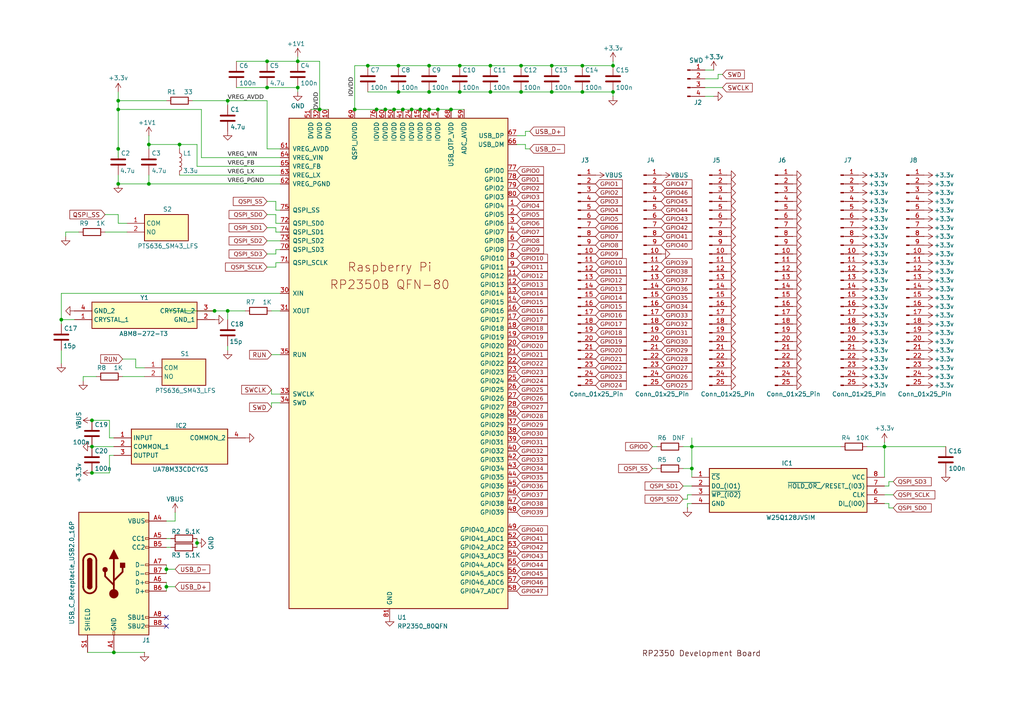
<source format=kicad_sch>
(kicad_sch (version 20231120) (generator "eeschema") (generator_version "8.0")
  (paper "A4")
  (junction (at 115.57 26.67))
  (junction (at 26.67 137.16))
  (junction (at 77.47 25.4))
  (junction (at 66.04 29.21))
  (junction (at 124.46 19.05))
  (junction (at 34.29 31.75))
  (junction (at 86.36 17.78))
  (junction (at 34.29 53.34))
  (junction (at 200.66 129.54))
  (junction (at 160.02 19.05))
  (junction (at 33.02 189.23))
  (junction (at 130.81 31.75))
  (junction (at 160.02 26.67))
  (junction (at 17.78 92.71))
  (junction (at 26.67 121.92))
  (junction (at 106.68 19.05))
  (junction (at 200.66 135.89))
  (junction (at 124.46 31.75))
  (junction (at 124.46 26.67))
  (junction (at 116.84 31.75))
  (junction (at 34.29 43.18))
  (junction (at 115.57 19.05))
  (junction (at 133.35 26.67))
  (junction (at 121.92 31.75))
  (junction (at 114.3 31.75))
  (junction (at 52.07 41.91))
  (junction (at 142.24 19.05))
  (junction (at 66.04 90.17))
  (junction (at 119.38 31.75))
  (junction (at 111.76 31.75))
  (junction (at 77.47 17.78))
  (junction (at 102.87 31.75))
  (junction (at 43.18 41.91))
  (junction (at 109.22 31.75))
  (junction (at 48.26 170.18))
  (junction (at 92.71 31.75))
  (junction (at 151.13 26.67))
  (junction (at 142.24 26.67))
  (junction (at 43.18 53.34))
  (junction (at 62.23 90.17))
  (junction (at 34.29 29.21))
  (junction (at 177.8 19.05))
  (junction (at 133.35 19.05))
  (junction (at 48.26 165.1))
  (junction (at 168.91 19.05))
  (junction (at 151.13 19.05))
  (junction (at 127 31.75))
  (junction (at 177.8 26.67))
  (junction (at 26.67 129.54))
  (junction (at 57.15 157.48))
  (junction (at 256.54 129.54))
  (junction (at 168.91 26.67))
  (junction (at 86.36 25.4))
  (no_connect (at 48.26 181.61))
  (no_connect (at 48.26 179.07))
  (wire (pts (xy 109.22 31.75) (xy 111.76 31.75)))
  (wire (pts (xy 153.67 43.18) (xy 152.4 43.18)))
  (wire (pts (xy 77.47 58.42) (xy 80.01 58.42)))
  (wire (pts (xy 204.47 20.32) (xy 207.01 20.32)))
  (wire (pts (xy 34.29 43.18) (xy 34.29 45.72)))
  (wire (pts (xy 77.47 69.85) (xy 81.28 69.85)))
  (wire (pts (xy 80.01 58.42) (xy 80.01 60.96)))
  (wire (pts (xy 111.76 31.75) (xy 114.3 31.75)))
  (wire (pts (xy 177.8 17.78) (xy 177.8 19.05)))
  (wire (pts (xy 26.67 137.16) (xy 31.75 137.16)))
  (wire (pts (xy 133.35 26.67) (xy 142.24 26.67)))
  (wire (pts (xy 256.54 146.05) (xy 257.81 146.05)))
  (wire (pts (xy 153.67 38.1) (xy 152.4 38.1)))
  (wire (pts (xy 77.47 25.4) (xy 86.36 25.4)))
  (wire (pts (xy 142.24 19.05) (xy 151.13 19.05)))
  (wire (pts (xy 256.54 143.51) (xy 259.08 143.51)))
  (wire (pts (xy 257.81 140.97) (xy 257.81 139.7)))
  (wire (pts (xy 189.23 135.89) (xy 190.5 135.89)))
  (wire (pts (xy 80.01 72.39) (xy 81.28 72.39)))
  (wire (pts (xy 251.46 129.54) (xy 256.54 129.54)))
  (wire (pts (xy 43.18 41.91) (xy 43.18 43.18)))
  (wire (pts (xy 48.26 90.17) (xy 62.23 90.17)))
  (wire (pts (xy 204.47 25.4) (xy 209.55 25.4)))
  (wire (pts (xy 256.54 129.54) (xy 274.32 129.54)))
  (wire (pts (xy 78.74 102.87) (xy 81.28 102.87)))
  (wire (pts (xy 80.01 64.77) (xy 81.28 64.77)))
  (wire (pts (xy 57.15 156.21) (xy 57.15 157.48)))
  (wire (pts (xy 130.81 31.75) (xy 134.62 31.75)))
  (wire (pts (xy 86.36 16.51) (xy 86.36 17.78)))
  (wire (pts (xy 68.58 17.78) (xy 77.47 17.78)))
  (wire (pts (xy 33.02 189.23) (xy 41.91 189.23)))
  (wire (pts (xy 168.91 26.67) (xy 177.8 26.67)))
  (wire (pts (xy 62.23 90.17) (xy 66.04 90.17)))
  (wire (pts (xy 77.47 17.78) (xy 86.36 17.78)))
  (wire (pts (xy 208.28 22.86) (xy 208.28 21.59)))
  (wire (pts (xy 39.37 104.14) (xy 39.37 106.68)))
  (wire (pts (xy 48.26 170.18) (xy 50.8 170.18)))
  (wire (pts (xy 115.57 19.05) (xy 124.46 19.05)))
  (wire (pts (xy 92.71 17.78) (xy 86.36 17.78)))
  (wire (pts (xy 26.67 129.54) (xy 33.02 129.54)))
  (wire (pts (xy 34.29 64.77) (xy 36.83 64.77)))
  (wire (pts (xy 55.88 29.21) (xy 66.04 29.21)))
  (wire (pts (xy 80.01 67.31) (xy 81.28 67.31)))
  (wire (pts (xy 80.01 60.96) (xy 81.28 60.96)))
  (wire (pts (xy 78.74 118.11) (xy 78.74 116.84)))
  (wire (pts (xy 168.91 19.05) (xy 177.8 19.05)))
  (wire (pts (xy 52.07 50.8) (xy 81.28 50.8)))
  (wire (pts (xy 34.29 29.21) (xy 48.26 29.21)))
  (wire (pts (xy 77.47 77.47) (xy 80.01 77.47)))
  (wire (pts (xy 152.4 43.18) (xy 152.4 41.91)))
  (wire (pts (xy 208.28 21.59) (xy 209.55 21.59)))
  (wire (pts (xy 34.29 31.75) (xy 34.29 43.18)))
  (wire (pts (xy 26.67 121.92) (xy 31.75 121.92)))
  (wire (pts (xy 78.74 90.17) (xy 81.28 90.17)))
  (wire (pts (xy 124.46 31.75) (xy 127 31.75)))
  (wire (pts (xy 17.78 92.71) (xy 21.59 92.71)))
  (wire (pts (xy 198.12 135.89) (xy 200.66 135.89)))
  (wire (pts (xy 151.13 19.05) (xy 160.02 19.05)))
  (wire (pts (xy 78.74 116.84) (xy 81.28 116.84)))
  (wire (pts (xy 48.26 168.91) (xy 48.26 170.18)))
  (wire (pts (xy 17.78 101.6) (xy 17.78 105.41)))
  (wire (pts (xy 17.78 85.09) (xy 81.28 85.09)))
  (wire (pts (xy 80.01 66.04) (xy 80.01 67.31)))
  (wire (pts (xy 35.56 104.14) (xy 39.37 104.14)))
  (wire (pts (xy 19.05 68.58) (xy 19.05 67.31)))
  (wire (pts (xy 24.13 109.22) (xy 27.94 109.22)))
  (wire (pts (xy 90.17 31.75) (xy 92.71 31.75)))
  (wire (pts (xy 198.12 144.78) (xy 199.39 144.78)))
  (wire (pts (xy 31.75 121.92) (xy 31.75 127)))
  (wire (pts (xy 68.58 25.4) (xy 77.47 25.4)))
  (wire (pts (xy 256.54 140.97) (xy 257.81 140.97)))
  (wire (pts (xy 34.29 53.34) (xy 43.18 53.34)))
  (wire (pts (xy 66.04 29.21) (xy 66.04 30.48)))
  (wire (pts (xy 66.04 90.17) (xy 66.04 92.71)))
  (wire (pts (xy 198.12 140.97) (xy 200.66 140.97)))
  (wire (pts (xy 200.66 135.89) (xy 200.66 138.43)))
  (wire (pts (xy 48.26 163.83) (xy 48.26 165.1)))
  (wire (pts (xy 77.47 62.23) (xy 80.01 62.23)))
  (wire (pts (xy 102.87 31.75) (xy 109.22 31.75)))
  (wire (pts (xy 34.29 29.21) (xy 34.29 31.75)))
  (wire (pts (xy 43.18 39.37) (xy 43.18 41.91)))
  (wire (pts (xy 106.68 26.67) (xy 115.57 26.67)))
  (wire (pts (xy 66.04 90.17) (xy 71.12 90.17)))
  (wire (pts (xy 86.36 25.4) (xy 86.36 26.67)))
  (wire (pts (xy 200.66 129.54) (xy 200.66 135.89)))
  (wire (pts (xy 81.28 48.26) (xy 57.15 48.26)))
  (wire (pts (xy 57.15 41.91) (xy 57.15 48.26)))
  (wire (pts (xy 58.42 45.72) (xy 81.28 45.72)))
  (wire (pts (xy 160.02 19.05) (xy 168.91 19.05)))
  (wire (pts (xy 106.68 19.05) (xy 115.57 19.05)))
  (wire (pts (xy 77.47 66.04) (xy 80.01 66.04)))
  (wire (pts (xy 199.39 146.05) (xy 200.66 146.05)))
  (wire (pts (xy 31.75 127) (xy 33.02 127)))
  (wire (pts (xy 52.07 41.91) (xy 52.07 43.18)))
  (wire (pts (xy 115.57 26.67) (xy 124.46 26.67)))
  (wire (pts (xy 43.18 41.91) (xy 52.07 41.91)))
  (wire (pts (xy 200.66 127) (xy 200.66 129.54)))
  (wire (pts (xy 77.47 43.18) (xy 81.28 43.18)))
  (wire (pts (xy 31.75 137.16) (xy 31.75 132.08)))
  (wire (pts (xy 77.47 73.66) (xy 80.01 73.66)))
  (wire (pts (xy 204.47 27.94) (xy 207.01 27.94)))
  (wire (pts (xy 198.12 129.54) (xy 200.66 129.54)))
  (wire (pts (xy 34.29 62.23) (xy 34.29 64.77)))
  (wire (pts (xy 17.78 92.71) (xy 17.78 85.09)))
  (wire (pts (xy 200.66 129.54) (xy 243.84 129.54)))
  (wire (pts (xy 66.04 100.33) (xy 66.04 101.6)))
  (wire (pts (xy 48.26 170.18) (xy 48.26 171.45)))
  (wire (pts (xy 204.47 22.86) (xy 208.28 22.86)))
  (wire (pts (xy 92.71 31.75) (xy 95.25 31.75)))
  (wire (pts (xy 80.01 73.66) (xy 80.01 72.39)))
  (wire (pts (xy 256.54 128.27) (xy 256.54 129.54)))
  (wire (pts (xy 39.37 106.68) (xy 41.91 106.68)))
  (wire (pts (xy 77.47 29.21) (xy 77.47 43.18)))
  (wire (pts (xy 124.46 19.05) (xy 133.35 19.05)))
  (wire (pts (xy 152.4 41.91) (xy 149.86 41.91)))
  (wire (pts (xy 78.74 114.3) (xy 81.28 114.3)))
  (wire (pts (xy 48.26 156.21) (xy 49.53 156.21)))
  (wire (pts (xy 35.56 109.22) (xy 41.91 109.22)))
  (wire (pts (xy 160.02 26.67) (xy 168.91 26.67)))
  (wire (pts (xy 257.81 147.32) (xy 257.81 146.05)))
  (wire (pts (xy 80.01 77.47) (xy 80.01 76.2)))
  (wire (pts (xy 19.05 67.31) (xy 22.86 67.31)))
  (wire (pts (xy 102.87 19.05) (xy 102.87 31.75)))
  (wire (pts (xy 58.42 31.75) (xy 58.42 45.72)))
  (wire (pts (xy 119.38 31.75) (xy 121.92 31.75)))
  (wire (pts (xy 80.01 62.23) (xy 80.01 64.77)))
  (wire (pts (xy 30.48 67.31) (xy 36.83 67.31)))
  (wire (pts (xy 256.54 129.54) (xy 256.54 138.43)))
  (wire (pts (xy 114.3 31.75) (xy 116.84 31.75)))
  (wire (pts (xy 25.4 189.23) (xy 33.02 189.23)))
  (wire (pts (xy 121.92 31.75) (xy 124.46 31.75)))
  (wire (pts (xy 257.81 139.7) (xy 259.08 139.7)))
  (wire (pts (xy 106.68 19.05) (xy 102.87 19.05)))
  (wire (pts (xy 48.26 158.75) (xy 49.53 158.75)))
  (wire (pts (xy 127 31.75) (xy 130.81 31.75)))
  (wire (pts (xy 92.71 31.75) (xy 92.71 17.78)))
  (wire (pts (xy 48.26 165.1) (xy 50.8 165.1)))
  (wire (pts (xy 116.84 31.75) (xy 119.38 31.75)))
  (wire (pts (xy 151.13 26.67) (xy 160.02 26.67)))
  (wire (pts (xy 133.35 19.05) (xy 142.24 19.05)))
  (wire (pts (xy 152.4 38.1) (xy 152.4 39.37)))
  (wire (pts (xy 52.07 41.91) (xy 57.15 41.91)))
  (wire (pts (xy 31.75 132.08) (xy 33.02 132.08)))
  (wire (pts (xy 24.13 110.49) (xy 24.13 109.22)))
  (wire (pts (xy 57.15 157.48) (xy 57.15 158.75)))
  (wire (pts (xy 177.8 26.67) (xy 177.8 27.94)))
  (wire (pts (xy 17.78 92.71) (xy 17.78 93.98)))
  (wire (pts (xy 80.01 76.2) (xy 81.28 76.2)))
  (wire (pts (xy 124.46 26.67) (xy 133.35 26.67)))
  (wire (pts (xy 34.29 31.75) (xy 58.42 31.75)))
  (wire (pts (xy 78.74 113.03) (xy 78.74 114.3)))
  (wire (pts (xy 43.18 53.34) (xy 81.28 53.34)))
  (wire (pts (xy 199.39 143.51) (xy 200.66 143.51)))
  (wire (pts (xy 152.4 39.37) (xy 149.86 39.37)))
  (wire (pts (xy 142.24 26.67) (xy 151.13 26.67)))
  (wire (pts (xy 189.23 129.54) (xy 190.5 129.54)))
  (wire (pts (xy 50.8 148.59) (xy 50.8 151.13)))
  (wire (pts (xy 199.39 144.78) (xy 199.39 143.51)))
  (wire (pts (xy 43.18 50.8) (xy 43.18 53.34)))
  (wire (pts (xy 199.39 147.32) (xy 199.39 146.05)))
  (wire (pts (xy 48.26 151.13) (xy 50.8 151.13)))
  (wire (pts (xy 34.29 50.8) (xy 34.29 53.34)))
  (wire (pts (xy 259.08 147.32) (xy 257.81 147.32)))
  (wire (pts (xy 34.29 26.67) (xy 34.29 29.21)))
  (wire (pts (xy 30.48 62.23) (xy 34.29 62.23)))
  (wire (pts (xy 48.26 165.1) (xy 48.26 166.37)))
  (wire (pts (xy 66.04 29.21) (xy 77.47 29.21)))
  (text "RP2350 Development Board" (at 203.454 189.738 0) (effects (font (size 1.6256 1.6256))))
  (label "VREG_FB" (at 66.04 48.26 0) (effects (font (size 1.2192 1.2192))))
  (label "VREG_AVDD" (at 66.04 29.21 0) (effects (font (size 1.2192 1.2192))))
  (label "IOVDD" (at 102.87 27.94 90) (effects (font (size 1.2192 1.2192))))
  (label "VREG_VIN" (at 66.04 45.72 0) (effects (font (size 1.2192 1.2192))))
  (label "VREG_PGND" (at 66.04 53.34 0) (effects (font (size 1.2192 1.2192))))
  (label "DVDD" (at 92.71 26.67 270) (effects (font (size 1.2192 1.2192))))
  (label "VREG_LX" (at 66.04 50.8 0) (effects (font (size 1.2192 1.2192))))
  (global_label "GPIO3" (shape input) (at 172.72 58.42 0) (effects (font (size 1.2192 1.2192))) (property "Intersheetrefs" "${INTERSHEET_REFS}" (effects (hide yes))))
  (global_label "GPIO2" (shape input) (at 149.86 54.61 0) (effects (font (size 1.2192 1.2192))) (property "Intersheetrefs" "${INTERSHEET_REFS}" (effects (hide yes))))
  (global_label "SWD" (shape input) (at 78.74 118.11 180) (property "Intersheetrefs" "${INTERSHEET_REFS}" (effects (hide yes))))
  (global_label "SWCLK" (shape input) (at 78.74 113.03 180) (property "Intersheetrefs" "${INTERSHEET_REFS}" (effects (hide yes))))
  (global_label "GPIO37" (shape input) (at 191.77 81.28 0) (effects (font (size 1.2192 1.2192))) (property "Intersheetrefs" "${INTERSHEET_REFS}" (effects (hide yes))))
  (global_label "QSPI_SS" (shape input) (at 189.23 135.89 180) (effects (font (size 1.2192 1.2192))) (property "Intersheetrefs" "${INTERSHEET_REFS}" (effects (hide yes))))
  (global_label "GPIO17" (shape input) (at 149.86 92.71 0) (effects (font (size 1.2192 1.2192))) (property "Intersheetrefs" "${INTERSHEET_REFS}" (effects (hide yes))))
  (global_label "GPIO0" (shape input) (at 149.86 49.53 0) (effects (font (size 1.2192 1.2192))) (property "Intersheetrefs" "${INTERSHEET_REFS}" (effects (hide yes))))
  (global_label "QSPI_SS" (shape input) (at 77.47 58.42 180) (effects (font (size 1.2192 1.2192))) (property "Intersheetrefs" "${INTERSHEET_REFS}" (effects (hide yes))))
  (global_label "GPIO6" (shape input) (at 172.72 66.04 0) (effects (font (size 1.2192 1.2192))) (property "Intersheetrefs" "${INTERSHEET_REFS}" (effects (hide yes))))
  (global_label "GPIO5" (shape input) (at 149.86 62.23 0) (effects (font (size 1.2192 1.2192))) (property "Intersheetrefs" "${INTERSHEET_REFS}" (effects (hide yes))))
  (global_label "GPIO36" (shape input) (at 191.77 83.82 0) (effects (font (size 1.2192 1.2192))) (property "Intersheetrefs" "${INTERSHEET_REFS}" (effects (hide yes))))
  (global_label "GPIO0" (shape input) (at 189.23 129.54 180) (effects (font (size 1.2192 1.2192))) (property "Intersheetrefs" "${INTERSHEET_REFS}" (effects (hide yes))))
  (global_label "GPIO44" (shape input) (at 191.77 60.96 0) (effects (font (size 1.2192 1.2192))) (property "Intersheetrefs" "${INTERSHEET_REFS}" (effects (hide yes))))
  (global_label "QSPI_SD3" (shape input) (at 77.47 73.66 180) (effects (font (size 1.2192 1.2192))) (property "Intersheetrefs" "${INTERSHEET_REFS}" (effects (hide yes))))
  (global_label "GPIO24" (shape input) (at 149.86 110.49 0) (effects (font (size 1.2192 1.2192))) (property "Intersheetrefs" "${INTERSHEET_REFS}" (effects (hide yes))))
  (global_label "GPIO47" (shape input) (at 191.77 53.34 0) (effects (font (size 1.2192 1.2192))) (property "Intersheetrefs" "${INTERSHEET_REFS}" (effects (hide yes))))
  (global_label "GPIO9" (shape input) (at 149.86 72.39 0) (effects (font (size 1.2192 1.2192))) (property "Intersheetrefs" "${INTERSHEET_REFS}" (effects (hide yes))))
  (global_label "GPIO43" (shape input) (at 191.77 63.5 0) (effects (font (size 1.2192 1.2192))) (property "Intersheetrefs" "${INTERSHEET_REFS}" (effects (hide yes))))
  (global_label "GPIO21" (shape input) (at 149.86 102.87 0) (effects (font (size 1.2192 1.2192))) (property "Intersheetrefs" "${INTERSHEET_REFS}" (effects (hide yes))))
  (global_label "RUN" (shape input) (at 78.74 102.87 180) (property "Intersheetrefs" "${INTERSHEET_REFS}" (effects (hide yes))))
  (global_label "GPIO18" (shape input) (at 172.72 96.52 0) (effects (font (size 1.2192 1.2192))) (property "Intersheetrefs" "${INTERSHEET_REFS}" (effects (hide yes))))
  (global_label "USB_D-" (shape input) (at 153.67 43.18 0) (property "Intersheetrefs" "${INTERSHEET_REFS}" (effects (hide yes))))
  (global_label "GPIO13" (shape input) (at 172.72 83.82 0) (effects (font (size 1.2192 1.2192))) (property "Intersheetrefs" "${INTERSHEET_REFS}" (effects (hide yes))))
  (global_label "GPIO28" (shape input) (at 149.86 120.65 0) (effects (font (size 1.2192 1.2192))) (property "Intersheetrefs" "${INTERSHEET_REFS}" (effects (hide yes))))
  (global_label "GPIO34" (shape input) (at 191.77 88.9 0) (effects (font (size 1.2192 1.2192))) (property "Intersheetrefs" "${INTERSHEET_REFS}" (effects (hide yes))))
  (global_label "GPIO27" (shape input) (at 149.86 118.11 0) (effects (font (size 1.2192 1.2192))) (property "Intersheetrefs" "${INTERSHEET_REFS}" (effects (hide yes))))
  (global_label "GPIO36" (shape input) (at 149.86 140.97 0) (effects (font (size 1.2192 1.2192))) (property "Intersheetrefs" "${INTERSHEET_REFS}" (effects (hide yes))))
  (global_label "QSPI_SD0" (shape input) (at 259.08 147.32 0) (effects (font (size 1.2192 1.2192))) (property "Intersheetrefs" "${INTERSHEET_REFS}" (effects (hide yes))))
  (global_label "GPIO12" (shape input) (at 149.86 80.01 0) (effects (font (size 1.2192 1.2192))) (property "Intersheetrefs" "${INTERSHEET_REFS}" (effects (hide yes))))
  (global_label "GPIO23" (shape input) (at 149.86 107.95 0) (effects (font (size 1.2192 1.2192))) (property "Intersheetrefs" "${INTERSHEET_REFS}" (effects (hide yes))))
  (global_label "QSPI_SD2" (shape input) (at 77.47 69.85 180) (effects (font (size 1.2192 1.2192))) (property "Intersheetrefs" "${INTERSHEET_REFS}" (effects (hide yes))))
  (global_label "GPIO11" (shape input) (at 172.72 78.74 0) (effects (font (size 1.2192 1.2192))) (property "Intersheetrefs" "${INTERSHEET_REFS}" (effects (hide yes))))
  (global_label "GPIO42" (shape input) (at 191.77 66.04 0) (effects (font (size 1.2192 1.2192))) (property "Intersheetrefs" "${INTERSHEET_REFS}" (effects (hide yes))))
  (global_label "GPIO25" (shape input) (at 149.86 113.03 0) (effects (font (size 1.2192 1.2192))) (property "Intersheetrefs" "${INTERSHEET_REFS}" (effects (hide yes))))
  (global_label "GPIO14" (shape input) (at 149.86 85.09 0) (effects (font (size 1.2192 1.2192))) (property "Intersheetrefs" "${INTERSHEET_REFS}" (effects (hide yes))))
  (global_label "QSPI_SD0" (shape input) (at 77.47 62.23 180) (effects (font (size 1.2192 1.2192))) (property "Intersheetrefs" "${INTERSHEET_REFS}" (effects (hide yes))))
  (global_label "GPIO11" (shape input) (at 149.86 77.47 0) (effects (font (size 1.2192 1.2192))) (property "Intersheetrefs" "${INTERSHEET_REFS}" (effects (hide yes))))
  (global_label "GPIO41" (shape input) (at 191.77 68.58 0) (effects (font (size 1.2192 1.2192))) (property "Intersheetrefs" "${INTERSHEET_REFS}" (effects (hide yes))))
  (global_label "GPIO6" (shape input) (at 149.86 64.77 0) (effects (font (size 1.2192 1.2192))) (property "Intersheetrefs" "${INTERSHEET_REFS}" (effects (hide yes))))
  (global_label "GPIO24" (shape input) (at 172.72 111.76 0) (effects (font (size 1.2192 1.2192))) (property "Intersheetrefs" "${INTERSHEET_REFS}" (effects (hide yes))))
  (global_label "GPIO21" (shape input) (at 172.72 104.14 0) (effects (font (size 1.2192 1.2192))) (property "Intersheetrefs" "${INTERSHEET_REFS}" (effects (hide yes))))
  (global_label "GPIO26" (shape input) (at 149.86 115.57 0) (effects (font (size 1.2192 1.2192))) (property "Intersheetrefs" "${INTERSHEET_REFS}" (effects (hide yes))))
  (global_label "RUN" (shape input) (at 35.56 104.14 180) (property "Intersheetrefs" "${INTERSHEET_REFS}" (effects (hide yes))))
  (global_label "GPIO42" (shape input) (at 149.86 158.75 0) (effects (font (size 1.2192 1.2192))) (property "Intersheetrefs" "${INTERSHEET_REFS}" (effects (hide yes))))
  (global_label "GPIO3" (shape input) (at 149.86 57.15 0) (effects (font (size 1.2192 1.2192))) (property "Intersheetrefs" "${INTERSHEET_REFS}" (effects (hide yes))))
  (global_label "GPIO30" (shape input) (at 191.77 99.06 0) (effects (font (size 1.2192 1.2192))) (property "Intersheetrefs" "${INTERSHEET_REFS}" (effects (hide yes))))
  (global_label "GPIO4" (shape input) (at 149.86 59.69 0) (effects (font (size 1.2192 1.2192))) (property "Intersheetrefs" "${INTERSHEET_REFS}" (effects (hide yes))))
  (global_label "QSPI_SCLK" (shape input) (at 77.47 77.47 180) (effects (font (size 1.2192 1.2192))) (property "Intersheetrefs" "${INTERSHEET_REFS}" (effects (hide yes))))
  (global_label "GPIO19" (shape input) (at 149.86 97.79 0) (effects (font (size 1.2192 1.2192))) (property "Intersheetrefs" "${INTERSHEET_REFS}" (effects (hide yes))))
  (global_label "SWCLK" (shape input) (at 209.55 25.4 0) (property "Intersheetrefs" "${INTERSHEET_REFS}" (effects (hide yes))))
  (global_label "GPIO19" (shape input) (at 172.72 99.06 0) (effects (font (size 1.2192 1.2192))) (property "Intersheetrefs" "${INTERSHEET_REFS}" (effects (hide yes))))
  (global_label "GPIO12" (shape input) (at 172.72 81.28 0) (effects (font (size 1.2192 1.2192))) (property "Intersheetrefs" "${INTERSHEET_REFS}" (effects (hide yes))))
  (global_label "QSPI_SCLK" (shape input) (at 259.08 143.51 0) (effects (font (size 1.2192 1.2192))) (property "Intersheetrefs" "${INTERSHEET_REFS}" (effects (hide yes))))
  (global_label "GPIO7" (shape input) (at 149.86 67.31 0) (effects (font (size 1.2192 1.2192))) (property "Intersheetrefs" "${INTERSHEET_REFS}" (effects (hide yes))))
  (global_label "GPIO22" (shape input) (at 172.72 106.68 0) (effects (font (size 1.2192 1.2192))) (property "Intersheetrefs" "${INTERSHEET_REFS}" (effects (hide yes))))
  (global_label "QSPI_SD3" (shape input) (at 259.08 139.7 0) (effects (font (size 1.2192 1.2192))) (property "Intersheetrefs" "${INTERSHEET_REFS}" (effects (hide yes))))
  (global_label "GPIO31" (shape input) (at 149.86 128.27 0) (effects (font (size 1.2192 1.2192))) (property "Intersheetrefs" "${INTERSHEET_REFS}" (effects (hide yes))))
  (global_label "GPIO10" (shape input) (at 149.86 74.93 0) (effects (font (size 1.2192 1.2192))) (property "Intersheetrefs" "${INTERSHEET_REFS}" (effects (hide yes))))
  (global_label "GPIO13" (shape input) (at 149.86 82.55 0) (effects (font (size 1.2192 1.2192))) (property "Intersheetrefs" "${INTERSHEET_REFS}" (effects (hide yes))))
  (global_label "GPIO33" (shape input) (at 191.77 91.44 0) (effects (font (size 1.2192 1.2192))) (property "Intersheetrefs" "${INTERSHEET_REFS}" (effects (hide yes))))
  (global_label "GPIO26" (shape input) (at 191.77 109.22 0) (effects (font (size 1.2192 1.2192))) (property "Intersheetrefs" "${INTERSHEET_REFS}" (effects (hide yes))))
  (global_label "GPIO27" (shape input) (at 191.77 106.68 0) (effects (font (size 1.2192 1.2192))) (property "Intersheetrefs" "${INTERSHEET_REFS}" (effects (hide yes))))
  (global_label "GPIO22" (shape input) (at 149.86 105.41 0) (effects (font (size 1.2192 1.2192))) (property "Intersheetrefs" "${INTERSHEET_REFS}" (effects (hide yes))))
  (global_label "GPIO10" (shape input) (at 172.72 76.2 0) (effects (font (size 1.2192 1.2192))) (property "Intersheetrefs" "${INTERSHEET_REFS}" (effects (hide yes))))
  (global_label "GPIO30" (shape input) (at 149.86 125.73 0) (effects (font (size 1.2192 1.2192))) (property "Intersheetrefs" "${INTERSHEET_REFS}" (effects (hide yes))))
  (global_label "GPIO35" (shape input) (at 191.77 86.36 0) (effects (font (size 1.2192 1.2192))) (property "Intersheetrefs" "${INTERSHEET_REFS}" (effects (hide yes))))
  (global_label "GPIO46" (shape input) (at 191.77 55.88 0) (effects (font (size 1.2192 1.2192))) (property "Intersheetrefs" "${INTERSHEET_REFS}" (effects (hide yes))))
  (global_label "GPIO20" (shape input) (at 149.86 100.33 0) (effects (font (size 1.2192 1.2192))) (property "Intersheetrefs" "${INTERSHEET_REFS}" (effects (hide yes))))
  (global_label "GPIO41" (shape input) (at 149.86 156.21 0) (effects (font (size 1.2192 1.2192))) (property "Intersheetrefs" "${INTERSHEET_REFS}" (effects (hide yes))))
  (global_label "GPIO35" (shape input) (at 149.86 138.43 0) (effects (font (size 1.2192 1.2192))) (property "Intersheetrefs" "${INTERSHEET_REFS}" (effects (hide yes))))
  (global_label "GPIO32" (shape input) (at 149.86 130.81 0) (effects (font (size 1.2192 1.2192))) (property "Intersheetrefs" "${INTERSHEET_REFS}" (effects (hide yes))))
  (global_label "GPIO34" (shape input) (at 149.86 135.89 0) (effects (font (size 1.2192 1.2192))) (property "Intersheetrefs" "${INTERSHEET_REFS}" (effects (hide yes))))
  (global_label "GPIO45" (shape input) (at 149.86 166.37 0) (effects (font (size 1.2192 1.2192))) (property "Intersheetrefs" "${INTERSHEET_REFS}" (effects (hide yes))))
  (global_label "GPIO29" (shape input) (at 149.86 123.19 0) (effects (font (size 1.2192 1.2192))) (property "Intersheetrefs" "${INTERSHEET_REFS}" (effects (hide yes))))
  (global_label "QSPI_SS" (shape input) (at 30.48 62.23 180) (property "Intersheetrefs" "${INTERSHEET_REFS}" (effects (hide yes))))
  (global_label "SWD" (shape input) (at 209.55 21.59 0) (property "Intersheetrefs" "${INTERSHEET_REFS}" (effects (hide yes))))
  (global_label "GPIO1" (shape input) (at 149.86 52.07 0) (effects (font (size 1.2192 1.2192))) (property "Intersheetrefs" "${INTERSHEET_REFS}" (effects (hide yes))))
  (global_label "GPIO16" (shape input) (at 172.72 91.44 0) (effects (font (size 1.2192 1.2192))) (property "Intersheetrefs" "${INTERSHEET_REFS}" (effects (hide yes))))
  (global_label "GPIO9" (shape input) (at 172.72 73.66 0) (effects (font (size 1.2192 1.2192))) (property "Intersheetrefs" "${INTERSHEET_REFS}" (effects (hide yes))))
  (global_label "GPIO25" (shape input) (at 191.77 111.76 0) (effects (font (size 1.2192 1.2192))) (property "Intersheetrefs" "${INTERSHEET_REFS}" (effects (hide yes))))
  (global_label "GPIO31" (shape input) (at 191.77 96.52 0) (effects (font (size 1.2192 1.2192))) (property "Intersheetrefs" "${INTERSHEET_REFS}" (effects (hide yes))))
  (global_label "GPIO43" (shape input) (at 149.86 161.29 0) (effects (font (size 1.2192 1.2192))) (property "Intersheetrefs" "${INTERSHEET_REFS}" (effects (hide yes))))
  (global_label "QSPI_SD1" (shape input) (at 198.12 140.97 180) (effects (font (size 1.2192 1.2192))) (property "Intersheetrefs" "${INTERSHEET_REFS}" (effects (hide yes))))
  (global_label "GPIO38" (shape input) (at 149.86 146.05 0) (effects (font (size 1.2192 1.2192))) (property "Intersheetrefs" "${INTERSHEET_REFS}" (effects (hide yes))))
  (global_label "GPIO40" (shape input) (at 149.86 153.67 0) (effects (font (size 1.2192 1.2192))) (property "Intersheetrefs" "${INTERSHEET_REFS}" (effects (hide yes))))
  (global_label "GPIO45" (shape input) (at 191.77 58.42 0) (effects (font (size 1.2192 1.2192))) (property "Intersheetrefs" "${INTERSHEET_REFS}" (effects (hide yes))))
  (global_label "USB_D+" (shape input) (at 153.67 38.1 0) (property "Intersheetrefs" "${INTERSHEET_REFS}" (effects (hide yes))))
  (global_label "GPIO32" (shape input) (at 191.77 93.98 0) (effects (font (size 1.2192 1.2192))) (property "Intersheetrefs" "${INTERSHEET_REFS}" (effects (hide yes))))
  (global_label "QSPI_SD1" (shape input) (at 77.47 66.04 180) (effects (font (size 1.2192 1.2192))) (property "Intersheetrefs" "${INTERSHEET_REFS}" (effects (hide yes))))
  (global_label "GPIO33" (shape input) (at 149.86 133.35 0) (effects (font (size 1.2192 1.2192))) (property "Intersheetrefs" "${INTERSHEET_REFS}" (effects (hide yes))))
  (global_label "GPIO44" (shape input) (at 149.86 163.83 0) (effects (font (size 1.2192 1.2192))) (property "Intersheetrefs" "${INTERSHEET_REFS}" (effects (hide yes))))
  (global_label "USB_D-" (shape input) (at 50.8 165.1 0) (property "Intersheetrefs" "${INTERSHEET_REFS}" (effects (hide yes))))
  (global_label "GPIO28" (shape input) (at 191.77 104.14 0) (effects (font (size 1.2192 1.2192))) (property "Intersheetrefs" "${INTERSHEET_REFS}" (effects (hide yes))))
  (global_label "USB_D+" (shape input) (at 50.8 170.18 0) (property "Intersheetrefs" "${INTERSHEET_REFS}" (effects (hide yes))))
  (global_label "GPIO29" (shape input) (at 191.77 101.6 0) (effects (font (size 1.2192 1.2192))) (property "Intersheetrefs" "${INTERSHEET_REFS}" (effects (hide yes))))
  (global_label "GPIO14" (shape input) (at 172.72 86.36 0) (effects (font (size 1.2192 1.2192))) (property "Intersheetrefs" "${INTERSHEET_REFS}" (effects (hide yes))))
  (global_label "GPIO18" (shape input) (at 149.86 95.25 0) (effects (font (size 1.2192 1.2192))) (property "Intersheetrefs" "${INTERSHEET_REFS}" (effects (hide yes))))
  (global_label "GPIO40" (shape input) (at 191.77 71.12 0) (effects (font (size 1.2192 1.2192))) (property "Intersheetrefs" "${INTERSHEET_REFS}" (effects (hide yes))))
  (global_label "GPIO46" (shape input) (at 149.86 168.91 0) (effects (font (size 1.2192 1.2192))) (property "Intersheetrefs" "${INTERSHEET_REFS}" (effects (hide yes))))
  (global_label "GPIO8" (shape input) (at 149.86 69.85 0) (effects (font (size 1.2192 1.2192))) (property "Intersheetrefs" "${INTERSHEET_REFS}" (effects (hide yes))))
  (global_label "GPIO23" (shape input) (at 172.72 109.22 0) (effects (font (size 1.2192 1.2192))) (property "Intersheetrefs" "${INTERSHEET_REFS}" (effects (hide yes))))
  (global_label "GPIO38" (shape input) (at 191.77 78.74 0) (effects (font (size 1.2192 1.2192))) (property "Intersheetrefs" "${INTERSHEET_REFS}" (effects (hide yes))))
  (global_label "GPIO15" (shape input) (at 172.72 88.9 0) (effects (font (size 1.2192 1.2192))) (property "Intersheetrefs" "${INTERSHEET_REFS}" (effects (hide yes))))
  (global_label "GPIO4" (shape input) (at 172.72 60.96 0) (effects (font (size 1.2192 1.2192))) (property "Intersheetrefs" "${INTERSHEET_REFS}" (effects (hide yes))))
  (global_label "GPIO5" (shape input) (at 172.72 63.5 0) (effects (font (size 1.2192 1.2192))) (property "Intersheetrefs" "${INTERSHEET_REFS}" (effects (hide yes))))
  (global_label "GPIO47" (shape input) (at 149.86 171.45 0) (effects (font (size 1.2192 1.2192))) (property "Intersheetrefs" "${INTERSHEET_REFS}" (effects (hide yes))))
  (global_label "GPIO37" (shape input) (at 149.86 143.51 0) (effects (font (size 1.2192 1.2192))) (property "Intersheetrefs" "${INTERSHEET_REFS}" (effects (hide yes))))
  (global_label "GPIO15" (shape input) (at 149.86 87.63 0) (effects (font (size 1.2192 1.2192))) (property "Intersheetrefs" "${INTERSHEET_REFS}" (effects (hide yes))))
  (global_label "QSPI_SD2" (shape input) (at 198.12 144.78 180) (effects (font (size 1.2192 1.2192))) (property "Intersheetrefs" "${INTERSHEET_REFS}" (effects (hide yes))))
  (global_label "GPIO7" (shape input) (at 172.72 68.58 0) (effects (font (size 1.2192 1.2192))) (property "Intersheetrefs" "${INTERSHEET_REFS}" (effects (hide yes))))
  (global_label "GPIO17" (shape input) (at 172.72 93.98 0) (effects (font (size 1.2192 1.2192))) (property "Intersheetrefs" "${INTERSHEET_REFS}" (effects (hide yes))))
  (global_label "GPIO39" (shape input) (at 149.86 148.59 0) (effects (font (size 1.2192 1.2192))) (property "Intersheetrefs" "${INTERSHEET_REFS}" (effects (hide yes))))
  (global_label "GPIO16" (shape input) (at 149.86 90.17 0) (effects (font (size 1.2192 1.2192))) (property "Intersheetrefs" "${INTERSHEET_REFS}" (effects (hide yes))))
  (global_label "GPIO8" (shape input) (at 172.72 71.12 0) (effects (font (size 1.2192 1.2192))) (property "Intersheetrefs" "${INTERSHEET_REFS}" (effects (hide yes))))
  (global_label "GPIO1" (shape input) (at 172.72 53.34 0) (effects (font (size 1.2192 1.2192))) (property "Intersheetrefs" "${INTERSHEET_REFS}" (effects (hide yes))))
  (global_label "GPIO20" (shape input) (at 172.72 101.6 0) (effects (font (size 1.2192 1.2192))) (property "Intersheetrefs" "${INTERSHEET_REFS}" (effects (hide yes))))
  (global_label "GPIO39" (shape input) (at 191.77 76.2 0) (effects (font (size 1.2192 1.2192))) (property "Intersheetrefs" "${INTERSHEET_REFS}" (effects (hide yes))))
  (global_label "GPIO2" (shape input) (at 172.72 55.88 0) (effects (font (size 1.2192 1.2192))) (property "Intersheetrefs" "${INTERSHEET_REFS}" (effects (hide yes))))
  (symbol (lib_id "Connector:Conn_01x04_Pin") (at 199.39 22.86 0) (unit 1)
    (property "Reference" "J2" (at 202.438 29.718 0))
    (property "Value" "SWD" (at 201.93 17.526 0))
    (property "Footprint" "Connector_PinHeader_2.54mm:PinHeader_1x04_P2.54mm_Vertical" (effects (hide yes)))
    (property "Description" "Generic connector, single row, 01x04, script generated" (effects (hide yes)))
  )
  (symbol (lib_id "power:+3V3") (at 267.97 53.34 270) (unit 1)
    (property "Reference" "#PWR085" (effects (hide yes)))
    (property "Value" "+3.3v" (at 273.812 53.34 90))
    (property "Description" "Power symbol creates a global label with name \"+3V3\"" (effects (hide yes)))
  )
  (symbol (lib_id "power:GND") (at 210.82 73.66 90) (unit 1)
    (property "Reference" "#PWR038" (effects (hide yes)))
    (property "Value" "GND" (effects (hide yes)))
    (property "Description" "Power symbol creates a global label with name \"GND\" , ground" (effects (hide yes)))
  )
  (symbol (lib_id "power:GND") (at 41.91 189.23 0) (unit 1)
    (property "Reference" "#PWR09" (effects (hide yes)))
    (property "Value" "GND" (effects (hide yes)))
    (property "Description" "Power symbol creates a global label with name \"GND\" , ground" (effects (hide yes)))
  )
  (symbol (lib_id "Device:C") (at 43.18 46.99 0) (unit 1)
    (property "Reference" "C3" (at 43.942 44.45 0) (effects (justify left)))
    (property "Value" "4.7u" (at 43.942 49.53 0) (effects (justify left)))
    (property "Footprint" "Capacitor_SMD:C_0402_1005Metric" (effects (hide yes)))
    (property "Description" "Unpolarized capacitor" (effects (hide yes)))
  )
  (symbol (lib_id "power:VBUS") (at 50.8 148.59 0) (unit 1)
    (property "Reference" "#PWR010" (effects (hide yes)))
    (property "Value" "VBUS" (at 50.8 144.78 0))
    (property "Description" "Power symbol creates a global label with name \"VBUS\"" (effects (hide yes)))
  )
  (symbol (lib_id "power:+3V3") (at 267.97 73.66 270) (unit 1)
    (property "Reference" "#PWR0113" (effects (hide yes)))
    (property "Value" "+3.3v" (at 273.812 73.66 90))
    (property "Description" "Power symbol creates a global label with name \"+3V3\"" (effects (hide yes)))
  )
  (symbol (lib_id "Device:C") (at 26.67 133.35 0) (unit 1)
    (property "Reference" "C20" (at 27.432 130.81 0) (effects (justify left)))
    (property "Value" "100n" (at 27.432 135.89 0) (effects (justify left)))
    (property "Footprint" "Capacitor_SMD:C_0402_1005Metric" (effects (hide yes)))
    (property "Description" "Unpolarized capacitor" (effects (hide yes)))
  )
  (symbol (lib_id "power:GND") (at 229.87 50.8 90) (unit 1)
    (property "Reference" "#PWR054" (effects (hide yes)))
    (property "Value" "GND" (effects (hide yes)))
    (property "Description" "Power symbol creates a global label with name \"GND\" , ground" (effects (hide yes)))
  )
  (symbol (lib_id "power:+1V1") (at 43.18 39.37 0) (unit 1)
    (property "Reference" "#PWR04" (effects (hide yes)))
    (property "Value" "+1V1" (at 42.672 35.56 0))
    (property "Description" "Power symbol creates a global label with name \"+1V1\"" (effects (hide yes)))
  )
  (symbol (lib_id "power:+3V3") (at 248.92 53.34 270) (unit 1)
    (property "Reference" "#PWR080" (effects (hide yes)))
    (property "Value" "+3.3v" (at 254.762 53.34 90))
    (property "Description" "Power symbol creates a global label with name \"+3V3\"" (effects (hide yes)))
  )
  (symbol (lib_id "power:GND") (at 274.32 137.16 0) (unit 1)
    (property "Reference" "#PWR014" (effects (hide yes)))
    (property "Value" "GND" (effects (hide yes)))
    (property "Description" "Power symbol creates a global label with name \"GND\" , ground" (effects (hide yes)))
  )
  (symbol (lib_id "power:+3V3") (at 248.92 104.14 270) (unit 1)
    (property "Reference" "#PWR0105" (effects (hide yes)))
    (property "Value" "+3.3v" (at 254.762 104.14 90))
    (property "Description" "Power symbol creates a global label with name \"+3V3\"" (effects (hide yes)))
  )
  (symbol (lib_id "Device:C") (at 77.47 21.59 0) (unit 1)
    (property "Reference" "C5" (at 78.232 19.05 0) (effects (justify left)))
    (property "Value" "4.7u" (at 78.232 24.13 0) (effects (justify left)))
    (property "Footprint" "Capacitor_SMD:C_0402_1005Metric" (effects (hide yes)))
    (property "Description" "Unpolarized capacitor" (effects (hide yes)))
  )
  (symbol (lib_id "Device:C") (at 115.57 22.86 0) (unit 1)
    (property "Reference" "C8" (at 116.332 20.32 0) (effects (justify left)))
    (property "Value" "100n" (at 116.332 25.4 0) (effects (justify left)))
    (property "Footprint" "Capacitor_SMD:C_0402_1005Metric" (effects (hide yes)))
    (property "Description" "Unpolarized capacitor" (effects (hide yes)))
  )
  (symbol (lib_id "power:+3V3") (at 267.97 88.9 270) (unit 1)
    (property "Reference" "#PWR0119" (effects (hide yes)))
    (property "Value" "+3.3v" (at 273.812 88.9 90))
    (property "Description" "Power symbol creates a global label with name \"+3V3\"" (effects (hide yes)))
  )
  (symbol (lib_id "power:+3V3") (at 267.97 76.2 270) (unit 1)
    (property "Reference" "#PWR0114" (effects (hide yes)))
    (property "Value" "+3.3v" (at 273.812 76.2 90))
    (property "Description" "Power symbol creates a global label with name \"+3V3\"" (effects (hide yes)))
  )
  (symbol (lib_id "power:GND") (at 210.82 91.44 90) (unit 1)
    (property "Reference" "#PWR045" (effects (hide yes)))
    (property "Value" "GND" (effects (hide yes)))
    (property "Description" "Power symbol creates a global label with name \"GND\" , ground" (effects (hide yes)))
  )
  (symbol (lib_id "power:GND") (at 210.82 50.8 90) (unit 1)
    (property "Reference" "#PWR029" (effects (hide yes)))
    (property "Value" "GND" (effects (hide yes)))
    (property "Description" "Power symbol creates a global label with name \"GND\" , ground" (effects (hide yes)))
  )
  (symbol (lib_id "power:GND") (at 71.12 127 90) (unit 1)
    (property "Reference" "#PWR022" (effects (hide yes)))
    (property "Value" "GND" (effects (hide yes)))
    (property "Description" "Power symbol creates a global label with name \"GND\" , ground" (effects (hide yes)))
  )
  (symbol (lib_id "Device:C") (at 160.02 22.86 0) (unit 1)
    (property "Reference" "C13" (at 160.782 20.32 0) (effects (justify left)))
    (property "Value" "100n" (at 160.782 25.4 0) (effects (justify left)))
    (property "Footprint" "Capacitor_SMD:C_0402_1005Metric" (effects (hide yes)))
    (property "Description" "Unpolarized capacitor" (effects (hide yes)))
  )
  (symbol (lib_id "power:+3V3") (at 248.92 78.74 270) (unit 1)
    (property "Reference" "#PWR095" (effects (hide yes)))
    (property "Value" "+3.3v" (at 254.762 78.74 90))
    (property "Description" "Power symbol creates a global label with name \"+3V3\"" (effects (hide yes)))
  )
  (symbol (lib_id "Device:R") (at 194.31 129.54 90) (unit 1)
    (property "Reference" "R6" (at 192.024 127 90))
    (property "Value" "DNF" (at 196.85 127 90))
    (property "Footprint" "Resistor_SMD:R_0402_1005Metric" (effects (hide yes)))
    (property "Description" "Resistor" (effects (hide yes)))
  )
  (symbol (lib_id "Device:L") (at 52.07 46.99 0) (unit 1)
    (property "Reference" "L1" (at 53.086 44.45 0) (effects (justify left)))
    (property "Value" "3.3u" (at 53.086 49.53 0) (effects (justify left)))
    (property "Footprint" "Inductor_SMD:L_0603_1608Metric" (effects (hide yes)))
    (property "Description" "Inductor" (effects (hide yes)))
  )
  (symbol (lib_id "Device:R") (at 74.93 90.17 90) (unit 1)
    (property "Reference" "R7" (at 72.644 87.63 90))
    (property "Value" "1K" (at 77.47 87.63 90))
    (property "Footprint" "Resistor_SMD:R_0402_1005Metric" (effects (hide yes)))
    (property "Description" "Resistor" (effects (hide yes)))
  )
  (symbol (lib_id "power:GND") (at 113.03 179.07 0) (mirror y) (unit 1)
    (property "Reference" "#PWR019" (effects (hide yes)))
    (property "Value" "GND" (effects (hide yes)))
    (property "Description" "Power symbol creates a global label with name \"GND\" , ground" (effects (hide yes)))
  )
  (symbol (lib_id "power:+3V3") (at 267.97 93.98 270) (unit 1)
    (property "Reference" "#PWR0121" (effects (hide yes)))
    (property "Value" "+3.3v" (at 273.812 93.98 90))
    (property "Description" "Power symbol creates a global label with name \"+3V3\"" (effects (hide yes)))
  )
  (symbol (lib_id "power:GND") (at 210.82 53.34 90) (unit 1)
    (property "Reference" "#PWR030" (effects (hide yes)))
    (property "Value" "GND" (effects (hide yes)))
    (property "Description" "Power symbol creates a global label with name \"GND\" , ground" (effects (hide yes)))
  )
  (symbol (lib_id "power:+3V3") (at 248.92 60.96 270) (unit 1)
    (property "Reference" "#PWR083" (effects (hide yes)))
    (property "Value" "+3.3v" (at 254.762 60.96 90))
    (property "Description" "Power symbol creates a global label with name \"+3V3\"" (effects (hide yes)))
  )
  (symbol (lib_id "power:GND") (at 229.87 99.06 90) (unit 1)
    (property "Reference" "#PWR073" (effects (hide yes)))
    (property "Value" "GND" (effects (hide yes)))
    (property "Description" "Power symbol creates a global label with name \"GND\" , ground" (effects (hide yes)))
  )
  (symbol (lib_id "power:VBUS") (at 26.67 121.92 90) (unit 1)
    (property "Reference" "#PWR024" (effects (hide yes)))
    (property "Value" "VBUS" (at 22.86 121.92 0))
    (property "Description" "Power symbol creates a global label with name \"VBUS\"" (effects (hide yes)))
  )
  (symbol (lib_id "power:GND") (at 229.87 53.34 90) (unit 1)
    (property "Reference" "#PWR055" (effects (hide yes)))
    (property "Value" "GND" (effects (hide yes)))
    (property "Description" "Power symbol creates a global label with name \"GND\" , ground" (effects (hide yes)))
  )
  (symbol (lib_id "power:GND") (at 210.82 99.06 90) (unit 1)
    (property "Reference" "#PWR048" (effects (hide yes)))
    (property "Value" "GND" (effects (hide yes)))
    (property "Description" "Power symbol creates a global label with name \"GND\" , ground" (effects (hide yes)))
  )
  (symbol (lib_id "power:GND") (at 210.82 55.88 90) (unit 1)
    (property "Reference" "#PWR031" (effects (hide yes)))
    (property "Value" "GND" (effects (hide yes)))
    (property "Description" "Power symbol creates a global label with name \"GND\" , ground" (effects (hide yes)))
  )
  (symbol (lib_id "power:+3V3") (at 267.97 68.58 270) (unit 1)
    (property "Reference" "#PWR0111" (effects (hide yes)))
    (property "Value" "+3.3v" (at 273.812 68.58 90))
    (property "Description" "Power symbol creates a global label with name \"+3V3\"" (effects (hide yes)))
  )
  (symbol (lib_id "Connector:USB_C_Receptacle_USB2.0_16P") (at 33.02 166.37 0) (unit 1)
    (property "Reference" "J1" (at 42.418 185.674 0))
    (property "Value" "USB_C_Receptacle_USB2.0_16P" (at 20.828 166.116 90))
    (property "Footprint" "Connector_USB:USB_C_Receptacle_GCT_USB4105-xx-A_16P_TopMnt_Horizontal" (effects (hide yes)))
    (property "Datasheet" "https://www.usb.org/sites/default/files/documents/usb_type-c.zip" (effects (hide yes)))
    (property "Description" "USB 2.0-only 16P Type-C Receptacle connector" (effects (hide yes)))
  )
  (symbol (lib_id "power:+3V3") (at 248.92 93.98 270) (unit 1)
    (property "Reference" "#PWR0101" (effects (hide yes)))
    (property "Value" "+3.3v" (at 254.762 93.98 90))
    (property "Description" "Power symbol creates a global label with name \"+3V3\"" (effects (hide yes)))
  )
  (symbol (lib_id "power:GND") (at 191.77 73.66 90) (unit 1)
    (property "Reference" "#PWR028" (effects (hide yes)))
    (property "Value" "GND" (effects (hide yes)))
    (property "Description" "Power symbol creates a global label with name \"GND\" , ground" (effects (hide yes)))
  )
  (symbol (lib_id "power:VBUS") (at 172.72 50.8 270) (unit 1)
    (property "Reference" "#PWR026" (effects (hide yes)))
    (property "Value" "VBUS" (at 178.054 50.8 90))
    (property "Description" "Power symbol creates a global label with name \"VBUS\"" (effects (hide yes)))
  )
  (symbol (lib_id "UA78M33CDCYG3:UA78M33CDCYG3") (at 33.02 127 0) (unit 1)
    (property "Reference" "IC2" (at 52.578 123.444 0))
    (property "Value" "UA78M33CDCYG3" (at 52.324 136.144 0))
    (property "Footprint" "UA78M33CDCYG3:SOT230P700X180-4N" (effects (hide yes)))
    (property "Datasheet" "http://www.ti.com/lit/ds/symlink/ua78m.pdf" (effects (hide yes)))
    (property "Description" "Linear Voltage Regulators 3.3 V 500mA Fix Pos Voltage Regulator" (effects (hide yes)))
    (property "Height" "1.8" (effects (hide yes)))
    (property "Mouser Part Number" "595-UA78M33CDCYG3" (effects (hide yes)))
    (property "Mouser Price/Stock" "https://www.mouser.co.uk/ProductDetail/Texas-Instruments/UA78M33CDCYG3?qs=0O%2FZFlpUpJU0kFSZAC76Kw%3D%3D" (effects (hide yes)))
    (property "Manufacturer_Name" "Texas Instruments" (effects (hide yes)))
    (property "Manufacturer_Part_Number" "UA78M33CDCYG3" (effects (hide yes)))
  )
  (symbol (lib_id "power:+3V3") (at 248.92 111.76 270) (unit 1)
    (property "Reference" "#PWR0108" (effects (hide yes)))
    (property "Value" "+3.3v" (at 254.762 111.76 90))
    (property "Description" "Power symbol creates a global label with name \"+3V3\"" (effects (hide yes)))
  )
  (symbol (lib_id "Device:C") (at 17.78 97.79 0) (unit 1)
    (property "Reference" "C17" (at 18.542 95.25 0) (effects (justify left)))
    (property "Value" "15p" (at 18.288 100.33 0) (effects (justify left)))
    (property "Footprint" "Capacitor_SMD:C_0402_1005Metric" (effects (hide yes)))
    (property "Description" "Unpolarized capacitor" (effects (hide yes)))
  )
  (symbol (lib_id "power:+3V3") (at 267.97 111.76 270) (unit 1)
    (property "Reference" "#PWR0128" (effects (hide yes)))
    (property "Value" "+3.3v" (at 273.812 111.76 90))
    (property "Description" "Power symbol creates a global label with name \"+3V3\"" (effects (hide yes)))
  )
  (symbol (lib_id "Connector:Conn_01x25_Pin") (at 186.69 81.28 0) (unit 1)
    (property "Reference" "J4" (at 188.722 46.482 0))
    (property "Value" "Conn_01x25_Pin" (at 192.024 114.3 0))
    (property "Footprint" "Connector_PinHeader_2.54mm:PinHeader_1x25_P2.54mm_Vertical" (effects (hide yes)))
    (property "Description" "Generic connector, single row, 01x25, script generated" (effects (hide yes)))
  )
  (symbol (lib_id "Device:C") (at 151.13 22.86 0) (unit 1)
    (property "Reference" "C12" (at 151.892 20.32 0) (effects (justify left)))
    (property "Value" "100n" (at 151.892 25.4 0) (effects (justify left)))
    (property "Footprint" "Capacitor_SMD:C_0402_1005Metric" (effects (hide yes)))
    (property "Description" "Unpolarized capacitor" (effects (hide yes)))
  )
  (symbol (lib_id "power:GND") (at 229.87 71.12 90) (unit 1)
    (property "Reference" "#PWR062" (effects (hide yes)))
    (property "Value" "GND" (effects (hide yes)))
    (property "Description" "Power symbol creates a global label with name \"GND\" , ground" (effects (hide yes)))
  )
  (symbol (lib_id "Device:R") (at 26.67 67.31 90) (unit 1)
    (property "Reference" "R9" (at 24.384 64.77 90))
    (property "Value" "1K" (at 29.21 64.77 90))
    (property "Footprint" "Resistor_SMD:R_0402_1005Metric" (effects (hide yes)))
    (property "Description" "Resistor" (effects (hide yes)))
  )
  (symbol (lib_id "power:GND") (at 210.82 93.98 90) (unit 1)
    (property "Reference" "#PWR046" (effects (hide yes)))
    (property "Value" "GND" (effects (hide yes)))
    (property "Description" "Power symbol creates a global label with name \"GND\" , ground" (effects (hide yes)))
  )
  (symbol (lib_id "power:GND") (at 210.82 88.9 90) (unit 1)
    (property "Reference" "#PWR044" (effects (hide yes)))
    (property "Value" "GND" (effects (hide yes)))
    (property "Description" "Power symbol creates a global label with name \"GND\" , ground" (effects (hide yes)))
  )
  (symbol (lib_id "power:+3V3") (at 267.97 99.06 270) (unit 1)
    (property "Reference" "#PWR0123" (effects (hide yes)))
    (property "Value" "+3.3v" (at 273.812 99.06 90))
    (property "Description" "Power symbol creates a global label with name \"+3V3\"" (effects (hide yes)))
  )
  (symbol (lib_id "Device:C") (at 66.04 34.29 0) (unit 1)
    (property "Reference" "C1" (at 66.802 31.75 0) (effects (justify left)))
    (property "Value" "4.7u" (at 66.802 36.83 0) (effects (justify left)))
    (property "Footprint" "Capacitor_SMD:C_0402_1005Metric" (effects (hide yes)))
    (property "Description" "Unpolarized capacitor" (effects (hide yes)))
  )
  (symbol (lib_id "Device:C") (at 124.46 22.86 0) (unit 1)
    (property "Reference" "C9" (at 125.222 20.32 0) (effects (justify left)))
    (property "Value" "100n" (at 125.222 25.4 0) (effects (justify left)))
    (property "Footprint" "Capacitor_SMD:C_0402_1005Metric" (effects (hide yes)))
    (property "Description" "Unpolarized capacitor" (effects (hide yes)))
  )
  (symbol (lib_id "power:+3V3") (at 267.97 60.96 270) (unit 1)
    (property "Reference" "#PWR088" (effects (hide yes)))
    (property "Value" "+3.3v" (at 273.812 60.96 90))
    (property "Description" "Power symbol creates a global label with name \"+3V3\"" (effects (hide yes)))
  )
  (symbol (lib_id "power:+3V3") (at 267.97 55.88 270) (unit 1)
    (property "Reference" "#PWR086" (effects (hide yes)))
    (property "Value" "+3.3v" (at 273.812 55.88 90))
    (property "Description" "Power symbol creates a global label with name \"+3V3\"" (effects (hide yes)))
  )
  (symbol (lib_id "power:GND") (at 229.87 58.42 90) (unit 1)
    (property "Reference" "#PWR057" (effects (hide yes)))
    (property "Value" "GND" (effects (hide yes)))
    (property "Description" "Power symbol creates a global label with name \"GND\" , ground" (effects (hide yes)))
  )
  (symbol (lib_id "power:GND") (at 229.87 68.58 90) (unit 1)
    (property "Reference" "#PWR061" (effects (hide yes)))
    (property "Value" "GND" (effects (hide yes)))
    (property "Description" "Power symbol creates a global label with name \"GND\" , ground" (effects (hide yes)))
  )
  (symbol (lib_id "RP2350B:RP2350_80QFN") (at 113.03 82.55 0) (unit 1)
    (property "Reference" "U1" (at 115.2241 179.07 0) (effects (justify left)))
    (property "Value" "RP2350_80QFN" (at 115.2241 181.61 0) (effects (justify left)))
    (property "Footprint" "RP2350-QFN-80-1EP_10x10_P0.4mm_EP3.4x3.4mm_ThermalVias" (effects (hide yes)))
  )
  (symbol (lib_id "power:GND") (at 229.87 83.82 90) (unit 1)
    (property "Reference" "#PWR067" (effects (hide yes)))
    (property "Value" "GND" (effects (hide yes)))
    (property "Description" "Power symbol creates a global label with name \"GND\" , ground" (effects (hide yes)))
  )
  (symbol (lib_id "power:+3V3") (at 248.92 55.88 270) (unit 1)
    (property "Reference" "#PWR081" (effects (hide yes)))
    (property "Value" "+3.3v" (at 254.762 55.88 90))
    (property "Description" "Power symbol creates a global label with name \"+3V3\"" (effects (hide yes)))
  )
  (symbol (lib_id "power:+3V3") (at 248.92 86.36 270) (unit 1)
    (property "Reference" "#PWR098" (effects (hide yes)))
    (property "Value" "+3.3v" (at 254.762 86.36 90))
    (property "Description" "Power symbol creates a global label with name \"+3V3\"" (effects (hide yes)))
  )
  (symbol (lib_id "power:+3V3") (at 248.92 71.12 270) (unit 1)
    (property "Reference" "#PWR092" (effects (hide yes)))
    (property "Value" "+3.3v" (at 254.762 71.12 90))
    (property "Description" "Power symbol creates a global label with name \"+3V3\"" (effects (hide yes)))
  )
  (symbol (lib_id "Device:C") (at 66.04 96.52 0) (unit 1)
    (property "Reference" "C18" (at 66.802 93.98 0) (effects (justify left)))
    (property "Value" "15p" (at 66.548 99.06 0) (effects (justify left)))
    (property "Footprint" "Capacitor_SMD:C_0402_1005Metric" (effects (hide yes)))
    (property "Description" "Unpolarized capacitor" (effects (hide yes)))
  )
  (symbol (lib_id "power:+3V3") (at 267.97 66.04 270) (unit 1)
    (property "Reference" "#PWR0110" (effects (hide yes)))
    (property "Value" "+3.3v" (at 273.812 66.04 90))
    (property "Description" "Power symbol creates a global label with name \"+3V3\"" (effects (hide yes)))
  )
  (symbol (lib_id "Device:C") (at 177.8 22.86 0) (unit 1)
    (property "Reference" "C15" (at 178.562 20.32 0) (effects (justify left)))
    (property "Value" "100n" (at 178.562 25.4 0) (effects (justify left)))
    (property "Footprint" "Capacitor_SMD:C_0402_1005Metric" (effects (hide yes)))
    (property "Description" "Unpolarized capacitor" (effects (hide yes)))
  )
  (symbol (lib_id "power:GND") (at 210.82 104.14 90) (unit 1)
    (property "Reference" "#PWR050" (effects (hide yes)))
    (property "Value" "GND" (effects (hide yes)))
    (property "Description" "Power symbol creates a global label with name \"GND\" , ground" (effects (hide yes)))
  )
  (symbol (lib_id "power:GND") (at 210.82 58.42 90) (unit 1)
    (property "Reference" "#PWR032" (effects (hide yes)))
    (property "Value" "GND" (effects (hide yes)))
    (property "Description" "Power symbol creates a global label with name \"GND\" , ground" (effects (hide yes)))
  )
  (symbol (lib_id "power:GND") (at 210.82 101.6 90) (unit 1)
    (property "Reference" "#PWR049" (effects (hide yes)))
    (property "Value" "GND" (effects (hide yes)))
    (property "Description" "Power symbol creates a global label with name \"GND\" , ground" (effects (hide yes)))
  )
  (symbol (lib_id "power:GND") (at 229.87 101.6 90) (unit 1)
    (property "Reference" "#PWR074" (effects (hide yes)))
    (property "Value" "GND" (effects (hide yes)))
    (property "Description" "Power symbol creates a global label with name \"GND\" , ground" (effects (hide yes)))
  )
  (symbol (lib_id "power:GND") (at 229.87 106.68 90) (unit 1)
    (property "Reference" "#PWR076" (effects (hide yes)))
    (property "Value" "GND" (effects (hide yes)))
    (property "Description" "Power symbol creates a global label with name \"GND\" , ground" (effects (hide yes)))
  )
  (symbol (lib_id "power:GND") (at 24.13 110.49 0) (unit 1)
    (property "Reference" "#PWR0129" (effects (hide yes)))
    (property "Value" "GND" (effects (hide yes)))
    (property "Description" "Power symbol creates a global label with name \"GND\" , ground" (effects (hide yes)))
  )
  (symbol (lib_id "Connector:Conn_01x25_Pin") (at 243.84 81.28 0) (unit 1)
    (property "Reference" "J7" (at 245.872 46.482 0))
    (property "Value" "Conn_01x25_Pin" (at 249.174 114.3 0))
    (property "Footprint" "Connector_PinHeader_2.54mm:PinHeader_1x25_P2.54mm_Vertical" (effects (hide yes)))
    (property "Description" "Generic connector, single row, 01x25, script generated" (effects (hide yes)))
  )
  (symbol (lib_id "power:GND") (at 229.87 93.98 90) (unit 1)
    (property "Reference" "#PWR071" (effects (hide yes)))
    (property "Value" "GND" (effects (hide yes)))
    (property "Description" "Power symbol creates a global label with name \"GND\" , ground" (effects (hide yes)))
  )
  (symbol (lib_id "power:+3V3") (at 248.92 96.52 270) (unit 1)
    (property "Reference" "#PWR0102" (effects (hide yes)))
    (property "Value" "+3.3v" (at 254.762 96.52 90))
    (property "Description" "Power symbol creates a global label with name \"+3V3\"" (effects (hide yes)))
  )
  (symbol (lib_id "power:GND") (at 210.82 106.68 90) (unit 1)
    (property "Reference" "#PWR051" (effects (hide yes)))
    (property "Value" "GND" (effects (hide yes)))
    (property "Description" "Power symbol creates a global label with name \"GND\" , ground" (effects (hide yes)))
  )
  (symbol (lib_id "power:+3V3") (at 248.92 73.66 270) (unit 1)
    (property "Reference" "#PWR093" (effects (hide yes)))
    (property "Value" "+3.3v" (at 254.762 73.66 90))
    (property "Description" "Power symbol creates a global label with name \"+3V3\"" (effects (hide yes)))
  )
  (symbol (lib_id "power:+3V3") (at 267.97 83.82 270) (unit 1)
    (property "Reference" "#PWR0117" (effects (hide yes)))
    (property "Value" "+3.3v" (at 273.812 83.82 90))
    (property "Description" "Power symbol creates a global label with name \"+3V3\"" (effects (hide yes)))
  )
  (symbol (lib_id "power:GND") (at 21.59 90.17 270) (unit 1)
    (property "Reference" "#PWR015" (effects (hide yes)))
    (property "Value" "GND" (effects (hide yes)))
    (property "Description" "Power symbol creates a global label with name \"GND\" , ground" (effects (hide yes)))
  )
  (symbol (lib_id "power:GND") (at 210.82 86.36 90) (unit 1)
    (property "Reference" "#PWR043" (effects (hide yes)))
    (property "Value" "GND" (effects (hide yes)))
    (property "Description" "Power symbol creates a global label with name \"GND\" , ground" (effects (hide yes)))
  )
  (symbol (lib_id "Device:R") (at 247.65 129.54 90) (unit 1)
    (property "Reference" "R4" (at 245.364 127 90))
    (property "Value" "10K" (at 250.19 127 90))
    (property "Footprint" "Resistor_SMD:R_0402_1005Metric" (effects (hide yes)))
    (property "Description" "Resistor" (effects (hide yes)))
  )
  (symbol (lib_id "power:GND") (at 62.23 92.71 90) (unit 1)
    (property "Reference" "#PWR016" (effects (hide yes)))
    (property "Value" "GND" (effects (hide yes)))
    (property "Description" "Power symbol creates a global label with name \"GND\" , ground" (effects (hide yes)))
  )
  (symbol (lib_id "power:+3.3V") (at 256.54 128.27 0) (unit 1)
    (property "Reference" "#PWR013" (effects (hide yes)))
    (property "Value" "+3.3v" (at 256.54 124.206 0))
    (property "Description" "Power symbol creates a global label with name \"+3.3V\"" (effects (hide yes)))
  )
  (symbol (lib_id "power:+3V3") (at 267.97 71.12 270) (unit 1)
    (property "Reference" "#PWR0112" (effects (hide yes)))
    (property "Value" "+3.3v" (at 273.812 71.12 90))
    (property "Description" "Power symbol creates a global label with name \"+3V3\"" (effects (hide yes)))
  )
  (symbol (lib_id "power:+3V3") (at 248.92 63.5 270) (unit 1)
    (property "Reference" "#PWR089" (effects (hide yes)))
    (property "Value" "+3.3v" (at 254.762 63.5 90))
    (property "Description" "Power symbol creates a global label with name \"+3V3\"" (effects (hide yes)))
  )
  (symbol (lib_id "power:GND") (at 210.82 83.82 90) (unit 1)
    (property "Reference" "#PWR042" (effects (hide yes)))
    (property "Value" "GND" (effects (hide yes)))
    (property "Description" "Power symbol creates a global label with name \"GND\" , ground" (effects (hide yes)))
  )
  (symbol (lib_id "power:GND") (at 210.82 76.2 90) (unit 1)
    (property "Reference" "#PWR039" (effects (hide yes)))
    (property "Value" "GND" (effects (hide yes)))
    (property "Description" "Power symbol creates a global label with name \"GND\" , ground" (effects (hide yes)))
  )
  (symbol (lib_id "power:GND") (at 17.78 105.41 0) (unit 1)
    (property "Reference" "#PWR017" (effects (hide yes)))
    (property "Value" "GND" (effects (hide yes)))
    (property "Description" "Power symbol creates a global label with name \"GND\" , ground" (effects (hide yes)))
  )
  (symbol (lib_id "power:+1V1") (at 86.36 16.51 0) (unit 1)
    (property "Reference" "#PWR05" (effects (hide yes)))
    (property "Value" "+1V1" (at 85.852 12.7 0))
    (property "Description" "Power symbol creates a global label with name \"+1V1\"" (effects (hide yes)))
  )
  (symbol (lib_id "power:+3.3V") (at 34.29 26.67 0) (unit 1)
    (property "Reference" "#PWR02" (effects (hide yes)))
    (property "Value" "+3.3v" (at 34.29 22.606 0))
    (property "Description" "Power symbol creates a global label with name \"+3.3V\"" (effects (hide yes)))
  )
  (symbol (lib_id "power:GND") (at 19.05 68.58 0) (unit 1)
    (property "Reference" "#PWR0130" (effects (hide yes)))
    (property "Value" "GND" (effects (hide yes)))
    (property "Description" "Power symbol creates a global label with name \"GND\" , ground" (effects (hide yes)))
  )
  (symbol (lib_id "power:+3V3") (at 248.92 81.28 270) (unit 1)
    (property "Reference" "#PWR096" (effects (hide yes)))
    (property "Value" "+3.3v" (at 254.762 81.28 90))
    (property "Description" "Power symbol creates a global label with name \"+3V3\"" (effects (hide yes)))
  )
  (symbol (lib_id "power:GND") (at 229.87 55.88 90) (unit 1)
    (property "Reference" "#PWR056" (effects (hide yes)))
    (property "Value" "GND" (effects (hide yes)))
    (property "Description" "Power symbol creates a global label with name \"GND\" , ground" (effects (hide yes)))
  )
  (symbol (lib_id "power:GND") (at 229.87 63.5 90) (unit 1)
    (property "Reference" "#PWR059" (effects (hide yes)))
    (property "Value" "GND" (effects (hide yes)))
    (property "Description" "Power symbol creates a global label with name \"GND\" , ground" (effects (hide yes)))
  )
  (symbol (lib_id "power:GND") (at 177.8 27.94 0) (unit 1)
    (property "Reference" "#PWR07" (effects (hide yes)))
    (property "Value" "GND" (effects (hide yes)))
    (property "Description" "Power symbol creates a global label with name \"GND\" , ground" (effects (hide yes)))
  )
  (symbol (lib_id "Device:C") (at 133.35 22.86 0) (unit 1)
    (property "Reference" "C10" (at 134.112 20.32 0) (effects (justify left)))
    (property "Value" "100n" (at 134.112 25.4 0) (effects (justify left)))
    (property "Footprint" "Capacitor_SMD:C_0402_1005Metric" (effects (hide yes)))
    (property "Description" "Unpolarized capacitor" (effects (hide yes)))
  )
  (symbol (lib_id "power:GND") (at 210.82 66.04 90) (unit 1)
    (property "Reference" "#PWR035" (effects (hide yes)))
    (property "Value" "GND" (effects (hide yes)))
    (property "Description" "Power symbol creates a global label with name \"GND\" , ground" (effects (hide yes)))
  )
  (symbol (lib_id "power:GND") (at 210.82 111.76 90) (unit 1)
    (property "Reference" "#PWR053" (effects (hide yes)))
    (property "Value" "GND" (effects (hide yes)))
    (property "Description" "Power symbol creates a global label with name \"GND\" , ground" (effects (hide yes)))
  )
  (symbol (lib_id "ABM8-272-T3:ABM8-272-T3") (at 21.59 90.17 0) (unit 1)
    (property "Reference" "Y1" (at 41.91 86.36 0))
    (property "Value" "ABM8-272-T3" (at 41.656 96.774 0))
    (property "Footprint" "ABM8-272-T3:ABM8272T3" (effects (hide yes)))
    (property "Datasheet" "https://abracon.com/datasheets/ABM8-272-T3.pdf" (effects (hide yes)))
    (property "Description" "Crystal, 12 MHz, SMD, 3.2mm x 2.5mm, 30 ppm, 10 pF, 30 ppm, ABM8 Series" (effects (hide yes)))
    (property "Height" "0.8" (effects (hide yes)))
    (property "Mouser Part Number" "815-ABM8-272-T3" (effects (hide yes)))
    (property "Mouser Price/Stock" "https://www.mouser.co.uk/ProductDetail/ABRACON/ABM8-272-T3?qs=QpmGXVUTftEj6miOiJBMxQ%3D%3D" (effects (hide yes)))
    (property "Manufacturer_Name" "ABRACON" (effects (hide yes)))
    (property "Manufacturer_Part_Number" "ABM8-272-T3" (effects (hide yes)))
  )
  (symbol (lib_id "power:+3V3") (at 267.97 78.74 270) (unit 1)
    (property "Reference" "#PWR0115" (effects (hide yes)))
    (property "Value" "+3.3v" (at 273.812 78.74 90))
    (property "Description" "Power symbol creates a global label with name \"+3V3\"" (effects (hide yes)))
  )
  (symbol (lib_id "Device:R") (at 53.34 158.75 90) (unit 1)
    (property "Reference" "R3" (at 51.054 161.036 90))
    (property "Value" "5.1K" (at 55.88 161.036 90))
    (property "Footprint" "Resistor_SMD:R_0402_1005Metric" (effects (hide yes)))
    (property "Description" "Resistor" (effects (hide yes)))
  )
  (symbol (lib_id "power:GND") (at 57.15 157.48 90) (unit 1)
    (property "Reference" "#PWR011" (effects (hide yes)))
    (property "Value" "GND" (at 61.214 157.48 0))
    (property "Description" "Power symbol creates a global label with name \"GND\" , ground" (effects (hide yes)))
  )
  (symbol (lib_id "power:GND") (at 229.87 60.96 90) (unit 1)
    (property "Reference" "#PWR058" (effects (hide yes)))
    (property "Value" "GND" (effects (hide yes)))
    (property "Description" "Power symbol creates a global label with name \"GND\" , ground" (effects (hide yes)))
  )
  (symbol (lib_id "power:+3V3") (at 267.97 96.52 270) (unit 1)
    (property "Reference" "#PWR0122" (effects (hide yes)))
    (property "Value" "+3.3v" (at 273.812 96.52 90))
    (property "Description" "Power symbol creates a global label with name \"+3V3\"" (effects (hide yes)))
  )
  (symbol (lib_id "Device:R") (at 53.34 156.21 90) (unit 1)
    (property "Reference" "R2" (at 51.054 154.178 90))
    (property "Value" "5.1K" (at 55.88 154.178 90))
    (property "Footprint" "Resistor_SMD:R_0402_1005Metric" (effects (hide yes)))
    (property "Description" "Resistor" (effects (hide yes)))
  )
  (symbol (lib_id "power:+3V3") (at 267.97 109.22 270) (unit 1)
    (property "Reference" "#PWR0127" (effects (hide yes)))
    (property "Value" "+3.3v" (at 273.812 109.22 90))
    (property "Description" "Power symbol creates a global label with name \"+3V3\"" (effects (hide yes)))
  )
  (symbol (lib_id "power:+3V3") (at 248.92 68.58 270) (unit 1)
    (property "Reference" "#PWR091" (effects (hide yes)))
    (property "Value" "+3.3v" (at 254.762 68.58 90))
    (property "Description" "Power symbol creates a global label with name \"+3V3\"" (effects (hide yes)))
  )
  (symbol (lib_id "power:GND") (at 229.87 86.36 90) (unit 1)
    (property "Reference" "#PWR068" (effects (hide yes)))
    (property "Value" "GND" (effects (hide yes)))
    (property "Description" "Power symbol creates a global label with name \"GND\" , ground" (effects (hide yes)))
  )
  (symbol (lib_id "Device:C") (at 68.58 21.59 0) (unit 1)
    (property "Reference" "C6" (at 69.342 19.05 0) (effects (justify left)))
    (property "Value" "100n" (at 69.342 24.13 0) (effects (justify left)))
    (property "Footprint" "Capacitor_SMD:C_0402_1005Metric" (effects (hide yes)))
    (property "Description" "Unpolarized capacitor" (effects (hide yes)))
  )
  (symbol (lib_id "power:+3V3") (at 248.92 76.2 270) (unit 1)
    (property "Reference" "#PWR094" (effects (hide yes)))
    (property "Value" "+3.3v" (at 254.762 76.2 90))
    (property "Description" "Power symbol creates a global label with name \"+3V3\"" (effects (hide yes)))
  )
  (symbol (lib_id "power:+3V3") (at 267.97 91.44 270) (unit 1)
    (property "Reference" "#PWR0120" (effects (hide yes)))
    (property "Value" "+3.3v" (at 273.812 91.44 90))
    (property "Description" "Power symbol creates a global label with name \"+3V3\"" (effects (hide yes)))
  )
  (symbol (lib_id "power:GND") (at 86.36 26.67 0) (unit 1)
    (property "Reference" "#PWR06" (effects (hide yes)))
    (property "Value" "GND" (at 86.36 30.734 0))
    (property "Description" "Power symbol creates a global label with name \"GND\" , ground" (effects (hide yes)))
  )
  (symbol (lib_id "power:+3V3") (at 248.92 106.68 270) (unit 1)
    (property "Reference" "#PWR0106" (effects (hide yes)))
    (property "Value" "+3.3v" (at 254.762 106.68 90))
    (property "Description" "Power symbol creates a global label with name \"+3V3\"" (effects (hide yes)))
  )
  (symbol (lib_id "power:+3V3") (at 248.92 109.22 270) (unit 1)
    (property "Reference" "#PWR0107" (effects (hide yes)))
    (property "Value" "+3.3v" (at 254.762 109.22 90))
    (property "Description" "Power symbol creates a global label with name \"+3V3\"" (effects (hide yes)))
  )
  (symbol (lib_id "Connector:Conn_01x25_Pin") (at 224.79 81.28 0) (unit 1)
    (property "Reference" "J6" (at 226.822 46.482 0))
    (property "Value" "Conn_01x25_Pin" (at 230.124 114.3 0))
    (property "Footprint" "Connector_PinHeader_2.54mm:PinHeader_1x25_P2.54mm_Vertical" (effects (hide yes)))
    (property "Description" "Generic connector, single row, 01x25, script generated" (effects (hide yes)))
  )
  (symbol (lib_id "Device:C") (at 34.29 46.99 0) (unit 1)
    (property "Reference" "C2" (at 35.052 44.45 0) (effects (justify left)))
    (property "Value" "4.7u" (at 34.798 49.53 0) (effects (justify left)))
    (property "Footprint" "Capacitor_SMD:C_0402_1005Metric" (effects (hide yes)))
    (property "Description" "Unpolarized capacitor" (effects (hide yes)))
  )
  (symbol (lib_id "power:+3V3") (at 248.92 91.44 270) (unit 1)
    (property "Reference" "#PWR0100" (effects (hide yes)))
    (property "Value" "+3.3v" (at 254.762 91.44 90))
    (property "Description" "Power symbol creates a global label with name \"+3V3\"" (effects (hide yes)))
  )
  (symbol (lib_id "Connector:Conn_01x25_Pin") (at 262.89 81.28 0) (unit 1)
    (property "Reference" "J8" (at 264.922 46.482 0))
    (property "Value" "Conn_01x25_Pin" (at 268.224 114.3 0))
    (property "Footprint" "Connector_PinHeader_2.54mm:PinHeader_1x25_P2.54mm_Vertical" (effects (hide yes)))
    (property "Description" "Generic connector, single row, 01x25, script generated" (effects (hide yes)))
  )
  (symbol (lib_id "power:GND") (at 26.67 129.54 270) (unit 1)
    (property "Reference" "#PWR023" (effects (hide yes)))
    (property "Value" "GND" (effects (hide yes)))
    (property "Description" "Power symbol creates a global label with name \"GND\" , ground" (effects (hide yes)))
  )
  (symbol (lib_id "power:GND") (at 229.87 96.52 90) (unit 1)
    (property "Reference" "#PWR072" (effects (hide yes)))
    (property "Value" "GND" (effects (hide yes)))
    (property "Description" "Power symbol creates a global label with name \"GND\" , ground" (effects (hide yes)))
  )
  (symbol (lib_id "power:+3V3") (at 248.92 99.06 270) (unit 1)
    (property "Reference" "#PWR0103" (effects (hide yes)))
    (property "Value" "+3.3v" (at 254.762 99.06 90))
    (property "Description" "Power symbol creates a global label with name \"+3V3\"" (effects (hide yes)))
  )
  (symbol (lib_id "power:GND") (at 229.87 104.14 90) (unit 1)
    (property "Reference" "#PWR075" (effects (hide yes)))
    (property "Value" "GND" (effects (hide yes)))
    (property "Description" "Power symbol creates a global label with name \"GND\" , ground" (effects (hide yes)))
  )
  (symbol (lib_id "Device:C") (at 26.67 125.73 0) (unit 1)
    (property "Reference" "C19" (at 27.432 123.19 0) (effects (justify left)))
    (property "Value" "100n" (at 21.082 128.27 0) (effects (justify left)))
    (property "Footprint" "Capacitor_SMD:C_0402_1005Metric" (effects (hide yes)))
    (property "Description" "Unpolarized capacitor" (effects (hide yes)))
  )
  (symbol (lib_id "Connector:Conn_01x25_Pin") (at 205.74 81.28 0) (unit 1)
    (property "Reference" "J5" (at 207.772 46.482 0))
    (property "Value" "Conn_01x25_Pin" (at 211.074 114.3 0))
    (property "Footprint" "Connector_PinHeader_2.54mm:PinHeader_1x25_P2.54mm_Vertical" (effects (hide yes)))
    (property "Description" "Generic connector, single row, 01x25, script generated" (effects (hide yes)))
  )
  (symbol (lib_id "power:+3V3") (at 248.92 83.82 270) (unit 1)
    (property "Reference" "#PWR097" (effects (hide yes)))
    (property "Value" "+3.3v" (at 254.762 83.82 90))
    (property "Description" "Power symbol creates a global label with name \"+3V3\"" (effects (hide yes)))
  )
  (symbol (lib_id "power:GND") (at 229.87 111.76 90) (unit 1)
    (property "Reference" "#PWR078" (effects (hide yes)))
    (property "Value" "GND" (effects (hide yes)))
    (property "Description" "Power symbol creates a global label with name \"GND\" , ground" (effects (hide yes)))
  )
  (symbol (lib_id "power:+3V3") (at 267.97 50.8 270) (unit 1)
    (property "Reference" "#PWR084" (effects (hide yes)))
    (property "Value" "+3.3v" (at 273.812 50.8 90))
    (property "Description" "Power symbol creates a global label with name \"+3V3\"" (effects (hide yes)))
  )
  (symbol (lib_id "power:GND") (at 210.82 71.12 90) (unit 1)
    (property "Reference" "#PWR037" (effects (hide yes)))
    (property "Value" "GND" (effects (hide yes)))
    (property "Description" "Power symbol creates a global label with name \"GND\" , ground" (effects (hide yes)))
  )
  (symbol (lib_id "power:GND") (at 210.82 60.96 90) (unit 1)
    (property "Reference" "#PWR033" (effects (hide yes)))
    (property "Value" "GND" (effects (hide yes)))
    (property "Description" "Power symbol creates a global label with name \"GND\" , ground" (effects (hide yes)))
  )
  (symbol (lib_id "power:GND") (at 199.39 147.32 0) (unit 1)
    (property "Reference" "#PWR012" (effects (hide yes)))
    (property "Value" "GND" (effects (hide yes)))
    (property "Description" "Power symbol creates a global label with name \"GND\" , ground" (effects (hide yes)))
  )
  (symbol (lib_id "power:GND") (at 229.87 91.44 90) (unit 1)
    (property "Reference" "#PWR070" (effects (hide yes)))
    (property "Value" "GND" (effects (hide yes)))
    (property "Description" "Power symbol creates a global label with name \"GND\" , ground" (effects (hide yes)))
  )
  (symbol (lib_id "power:GND") (at 210.82 81.28 90) (unit 1)
    (property "Reference" "#PWR041" (effects (hide yes)))
    (property "Value" "GND" (effects (hide yes)))
    (property "Description" "Power symbol creates a global label with name \"GND\" , ground" (effects (hide yes)))
  )
  (symbol (lib_id "Device:R") (at 52.07 29.21 90) (unit 1)
    (property "Reference" "R1" (at 49.784 26.67 90))
    (property "Value" "33" (at 54.61 26.67 90))
    (property "Footprint" "Resistor_SMD:R_0402_1005Metric" (effects (hide yes)))
    (property "Description" "Resistor" (effects (hide yes)))
  )
  (symbol (lib_id "power:+3V3") (at 267.97 86.36 270) (unit 1)
    (property "Reference" "#PWR0118" (effects (hide yes)))
    (property "Value" "+3.3v" (at 273.812 86.36 90))
    (property "Description" "Power symbol creates a global label with name \"+3V3\"" (effects (hide yes)))
  )
  (symbol (lib_id "power:GND") (at 210.82 63.5 90) (unit 1)
    (property "Reference" "#PWR034" (effects (hide yes)))
    (property "Value" "GND" (effects (hide yes)))
    (property "Description" "Power symbol creates a global label with name \"GND\" , ground" (effects (hide yes)))
  )
  (symbol (lib_id "power:GND") (at 229.87 76.2 90) (unit 1)
    (property "Reference" "#PWR064" (effects (hide yes)))
    (property "Value" "GND" (effects (hide yes)))
    (property "Description" "Power symbol creates a global label with name \"GND\" , ground" (effects (hide yes)))
  )
  (symbol (lib_id "power:+3V3") (at 267.97 104.14 270) (unit 1)
    (property "Reference" "#PWR0125" (effects (hide yes)))
    (property "Value" "+3.3v" (at 273.812 104.14 90))
    (property "Description" "Power symbol creates a global label with name \"+3V3\"" (effects (hide yes)))
  )
  (symbol (lib_id "power:GND") (at 207.01 27.94 90) (unit 1)
    (property "Reference" "#PWR020" (effects (hide yes)))
    (property "Value" "GND" (effects (hide yes)))
    (property "Description" "Power symbol creates a global label with name \"GND\" , ground" (effects (hide yes)))
  )
  (symbol (lib_id "power:GND") (at 66.04 101.6 0) (unit 1)
    (property "Reference" "#PWR018" (effects (hide yes)))
    (property "Value" "GND" (effects (hide yes)))
    (property "Description" "Power symbol creates a global label with name \"GND\" , ground" (effects (hide yes)))
  )
  (symbol (lib_id "power:GND") (at 210.82 78.74 90) (unit 1)
    (property "Reference" "#PWR040" (effects (hide yes)))
    (property "Value" "GND" (effects (hide yes)))
    (property "Description" "Power symbol creates a global label with name \"GND\" , ground" (effects (hide yes)))
  )
  (symbol (lib_id "W25Q128JVSIM:W25Q128JVSIM") (at 200.66 138.43 0) (unit 1)
    (property "Reference" "IC1" (at 228.346 134.366 0))
    (property "Value" "W25Q128JVSIM" (at 229.362 150.114 0))
    (property "Footprint" "W25Q128JVSIM:SOIC127P790X216-8N" (effects (hide yes)))
    (property "Datasheet" "https://www.winbond.com/hq/search-resource-file.jsp?partNo=W25Q128JVSIM&type=datasheet" (effects (hide yes)))
    (property "Description" "128M-bit Serial Flash Memory with uniform 4KB sectors and Dual/Quad SPI" (effects (hide yes)))
    (property "Height" "2.16" (effects (hide yes)))
    (property "Mouser Part Number" "454-W25Q128JVSIM" (effects (hide yes)))
    (property "Mouser Price/Stock" "https://www.mouser.co.uk/ProductDetail/Winbond/W25Q128JVSIM?qs=qSfuJ%252Bfl%2Fd6d7A5WLggp6w%3D%3D" (effects (hide yes)))
    (property "Manufacturer_Name" "Winbond" (effects (hide yes)))
    (property "Manufacturer_Part_Number" "W25Q128JVSIM" (effects (hide yes)))
  )
  (symbol (lib_id "Device:R") (at 31.75 109.22 90) (unit 1)
    (property "Reference" "R8" (at 29.464 106.68 90))
    (property "Value" "1K" (at 34.29 106.68 90))
    (property "Footprint" "Resistor_SMD:R_0402_1005Metric" (effects (hide yes)))
    (property "Description" "Resistor" (effects (hide yes)))
  )
  (symbol (lib_id "power:+3V3") (at 267.97 63.5 270) (unit 1)
    (property "Reference" "#PWR0109" (effects (hide yes)))
    (property "Value" "+3.3v" (at 273.812 63.5 90))
    (property "Description" "Power symbol creates a global label with name \"+3V3\"" (effects (hide yes)))
  )
  (symbol (lib_id "PTS636_SM43_LFS:PTS636_SM43_LFS") (at 36.83 64.77 0) (unit 1)
    (property "Reference" "S2" (at 47.244 60.706 0) (effects (justify left)))
    (property "Value" "PTS636_SM43_LFS" (at 39.878 71.374 0) (effects (justify left)))
    (property "Footprint" "PTS636SM43LFS" (effects (hide yes)))
    (property "Description" "Tactile Switches Tact 50mA 12VDC, 6.0x3.5, 4.3mm H, 180gf, THT leads, Black Actuator" (effects (hide yes)))
    (property "Height" "4.5" (effects (hide yes)))
    (property "Mouser Part Number" "611-PTS636SM43LFS" (effects (hide yes)))
    (property "Mouser Price/Stock" "https://www.mouser.co.uk/ProductDetail/CK/PTS636-SM43-LFS?qs=vLWxofP3U2yx5eBOPf861w%3D%3D" (effects (hide yes)))
    (property "Manufacturer_Name" "C & K COMPONENTS" (effects (hide yes)))
    (property "Manufacturer_Part_Number" "PTS636 SM43 LFS" (effects (hide yes)))
  )
  (symbol (lib_id "Device:C") (at 86.36 21.59 0) (unit 1)
    (property "Reference" "C4" (at 87.122 19.05 0) (effects (justify left)))
    (property "Value" "100n" (at 87.122 24.13 0) (effects (justify left)))
    (property "Footprint" "Capacitor_SMD:C_0402_1005Metric" (effects (hide yes)))
    (property "Description" "Unpolarized capacitor" (effects (hide yes)))
  )
  (symbol (lib_id "PTS636_SM43_LFS:PTS636_SM43_LFS") (at 41.91 106.68 0) (unit 1)
    (property "Reference" "S1" (at 52.324 102.616 0) (effects (justify left)))
    (property "Value" "PTS636_SM43_LFS" (at 44.958 113.284 0) (effects (justify left)))
    (property "Footprint" "PTS636SM43LFS" (effects (hide yes)))
    (property "Description" "Tactile Switches Tact 50mA 12VDC, 6.0x3.5, 4.3mm H, 180gf, THT leads, Black Actuator" (effects (hide yes)))
    (property "Height" "4.5" (effects (hide yes)))
    (property "Mouser Part Number" "611-PTS636SM43LFS" (effects (hide yes)))
    (property "Mouser Price/Stock" "https://www.mouser.co.uk/ProductDetail/CK/PTS636-SM43-LFS?qs=vLWxofP3U2yx5eBOPf861w%3D%3D" (effects (hide yes)))
    (property "Manufacturer_Name" "C & K COMPONENTS" (effects (hide yes)))
    (property "Manufacturer_Part_Number" "PTS636 SM43 LFS" (effects (hide yes)))
  )
  (symbol (lib_id "power:+3V3") (at 267.97 106.68 270) (unit 1)
    (property "Reference" "#PWR0126" (effects (hide yes)))
    (property "Value" "+3.3v" (at 273.812 106.68 90))
    (property "Description" "Power symbol creates a global label with name \"+3V3\"" (effects (hide yes)))
  )
  (symbol (lib_id "power:+3V3") (at 248.92 66.04 270) (unit 1)
    (property "Reference" "#PWR090" (effects (hide yes)))
    (property "Value" "+3.3v" (at 254.762 66.04 90))
    (property "Description" "Power symbol creates a global label with name \"+3V3\"" (effects (hide yes)))
  )
  (symbol (lib_id "power:+3V3") (at 267.97 81.28 270) (unit 1)
    (property "Reference" "#PWR0116" (effects (hide yes)))
    (property "Value" "+3.3v" (at 273.812 81.28 90))
    (property "Description" "Power symbol creates a global label with name \"+3V3\"" (effects (hide yes)))
  )
  (symbol (lib_id "power:GND") (at 229.87 73.66 90) (unit 1)
    (property "Reference" "#PWR063" (effects (hide yes)))
    (property "Value" "GND" (effects (hide yes)))
    (property "Description" "Power symbol creates a global label with name \"GND\" , ground" (effects (hide yes)))
  )
  (symbol (lib_id "power:+3V3") (at 248.92 58.42 270) (unit 1)
    (property "Reference" "#PWR082" (effects (hide yes)))
    (property "Value" "+3.3v" (at 254.762 58.42 90))
    (property "Description" "Power symbol creates a global label with name \"+3V3\"" (effects (hide yes)))
  )
  (symbol (lib_id "power:+3V3") (at 248.92 101.6 270) (unit 1)
    (property "Reference" "#PWR0104" (effects (hide yes)))
    (property "Value" "+3.3v" (at 254.762 101.6 90))
    (property "Description" "Power symbol creates a global label with name \"+3V3\"" (effects (hide yes)))
  )
  (symbol (lib_id "power:+3V3") (at 248.92 50.8 270) (unit 1)
    (property "Reference" "#PWR079" (effects (hide yes)))
    (property "Value" "+3.3v" (at 254.762 50.8 90))
    (property "Description" "Power symbol creates a global label with name \"+3V3\"" (effects (hide yes)))
  )
  (symbol (lib_id "power:GND") (at 229.87 88.9 90) (unit 1)
    (property "Reference" "#PWR069" (effects (hide yes)))
    (property "Value" "GND" (effects (hide yes)))
    (property "Description" "Power symbol creates a global label with name \"GND\" , ground" (effects (hide yes)))
  )
  (symbol (lib_id "Device:R") (at 194.31 135.89 90) (unit 1)
    (property "Reference" "R5" (at 192.024 133.35 90))
    (property "Value" "0" (at 196.85 133.35 90))
    (property "Footprint" "Resistor_SMD:R_0402_1005Metric" (effects (hide yes)))
    (property "Description" "Resistor" (effects (hide yes)))
  )
  (symbol (lib_id "Device:C") (at 168.91 22.86 0) (unit 1)
    (property "Reference" "C14" (at 169.672 20.32 0) (effects (justify left)))
    (property "Value" "100n" (at 169.672 25.4 0) (effects (justify left)))
    (property "Footprint" "Capacitor_SMD:C_0402_1005Metric" (effects (hide yes)))
    (property "Description" "Unpolarized capacitor" (effects (hide yes)))
  )
  (symbol (lib_id "power:VBUS") (at 26.67 137.16 90) (unit 1)
    (property "Reference" "#PWR025" (effects (hide yes)))
    (property "Value" "+3.3v" (at 22.86 137.16 0))
    (property "Description" "Power symbol creates a global label with name \"VBUS\"" (effects (hide yes)))
  )
  (symbol (lib_id "Device:C") (at 142.24 22.86 0) (unit 1)
    (property "Reference" "C11" (at 143.002 20.32 0) (effects (justify left)))
    (property "Value" "100n" (at 143.002 25.4 0) (effects (justify left)))
    (property "Footprint" "Capacitor_SMD:C_0402_1005Metric" (effects (hide yes)))
    (property "Description" "Unpolarized capacitor" (effects (hide yes)))
  )
  (symbol (lib_id "power:GND") (at 66.04 38.1 0) (unit 1)
    (property "Reference" "#PWR01" (effects (hide yes)))
    (property "Value" "GND" (effects (hide yes)))
    (property "Description" "Power symbol creates a global label with name \"GND\" , ground" (effects (hide yes)))
  )
  (symbol (lib_id "power:+3V3") (at 248.92 88.9 270) (unit 1)
    (property "Reference" "#PWR099" (effects (hide yes)))
    (property "Value" "+3.3v" (at 254.762 88.9 90))
    (property "Description" "Power symbol creates a global label with name \"+3V3\"" (effects (hide yes)))
  )
  (symbol (lib_id "Connector:Conn_01x25_Pin") (at 167.64 81.28 0) (unit 1)
    (property "Reference" "J3" (at 169.672 46.482 0))
    (property "Value" "Conn_01x25_Pin" (at 172.974 114.3 0))
    (property "Footprint" "Connector_PinHeader_2.54mm:PinHeader_1x25_P2.54mm_Vertical" (effects (hide yes)))
    (property "Description" "Generic connector, single row, 01x25, script generated" (effects (hide yes)))
  )
  (symbol (lib_id "power:+3V3") (at 267.97 58.42 270) (unit 1)
    (property "Reference" "#PWR087" (effects (hide yes)))
    (property "Value" "+3.3v" (at 273.812 58.42 90))
    (property "Description" "Power symbol creates a global label with name \"+3V3\"" (effects (hide yes)))
  )
  (symbol (lib_id "power:GND") (at 210.82 68.58 90) (unit 1)
    (property "Reference" "#PWR036" (effects (hide yes)))
    (property "Value" "GND" (effects (hide yes)))
    (property "Description" "Power symbol creates a global label with name \"GND\" , ground" (effects (hide yes)))
  )
  (symbol (lib_id "power:+3V3") (at 267.97 101.6 270) (unit 1)
    (property "Reference" "#PWR0124" (effects (hide yes)))
    (property "Value" "+3.3v" (at 273.812 101.6 90))
    (property "Description" "Power symbol creates a global label with name \"+3V3\"" (effects (hide yes)))
  )
  (symbol (lib_id "Device:C") (at 274.32 133.35 0) (unit 1)
    (property "Reference" "C16" (at 275.082 130.81 0) (effects (justify left)))
    (property "Value" "100n" (at 275.082 135.89 0) (effects (justify left)))
    (property "Footprint" "Capacitor_SMD:C_0402_1005Metric" (effects (hide yes)))
    (property "Description" "Unpolarized capacitor" (effects (hide yes)))
  )
  (symbol (lib_id "power:VBUS") (at 191.77 50.8 270) (unit 1)
    (property "Reference" "#PWR027" (effects (hide yes)))
    (property "Value" "VBUS" (at 197.104 50.8 90))
    (property "Description" "Power symbol creates a global label with name \"VBUS\"" (effects (hide yes)))
  )
  (symbol (lib_id "Device:C") (at 106.68 22.86 0) (unit 1)
    (property "Reference" "C7" (at 107.442 20.32 0) (effects (justify left)))
    (property "Value" "100n" (at 107.442 25.4 0) (effects (justify left)))
    (property "Footprint" "Capacitor_SMD:C_0402_1005Metric" (effects (hide yes)))
    (property "Description" "Unpolarized capacitor" (effects (hide yes)))
  )
  (symbol (lib_id "power:GND") (at 210.82 109.22 90) (unit 1)
    (property "Reference" "#PWR052" (effects (hide yes)))
    (property "Value" "GND" (effects (hide yes)))
    (property "Description" "Power symbol creates a global label with name \"GND\" , ground" (effects (hide yes)))
  )
  (symbol (lib_id "power:GND") (at 229.87 78.74 90) (unit 1)
    (property "Reference" "#PWR065" (effects (hide yes)))
    (property "Value" "GND" (effects (hide yes)))
    (property "Description" "Power symbol creates a global label with name \"GND\" , ground" (effects (hide yes)))
  )
  (symbol (lib_id "power:GND") (at 229.87 66.04 90) (unit 1)
    (property "Reference" "#PWR060" (effects (hide yes)))
    (property "Value" "GND" (effects (hide yes)))
    (property "Description" "Power symbol creates a global label with name \"GND\" , ground" (effects (hide yes)))
  )
  (symbol (lib_id "power:GND") (at 34.29 53.34 0) (unit 1)
    (property "Reference" "#PWR03" (effects (hide yes)))
    (property "Value" "GND" (effects (hide yes)))
    (property "Description" "Power symbol creates a global label with name \"GND\" , ground" (effects (hide yes)))
  )
  (symbol (lib_id "power:+3V3") (at 177.8 17.78 0) (unit 1)
    (property "Reference" "#PWR08" (effects (hide yes)))
    (property "Value" "+3.3v" (at 177.8 13.97 0))
    (property "Description" "Power symbol creates a global label with name \"+3V3\"" (effects (hide yes)))
  )
  (symbol (lib_id "power:GND") (at 229.87 109.22 90) (unit 1)
    (property "Reference" "#PWR077" (effects (hide yes)))
    (property "Value" "GND" (effects (hide yes)))
    (property "Description" "Power symbol creates a global label with name \"GND\" , ground" (effects (hide yes)))
  )
  (symbol (lib_id "power:+3V3") (at 207.01 20.32 0) (unit 1)
    (property "Reference" "#PWR021" (effects (hide yes)))
    (property "Value" "+3.3v" (at 207.01 16.51 0))
    (property "Description" "Power symbol creates a global label with name \"+3V3\"" (effects (hide yes)))
  )
  (symbol (lib_id "power:GND") (at 210.82 96.52 90) (unit 1)
    (property "Reference" "#PWR047" (effects (hide yes)))
    (property "Value" "GND" (effects (hide yes)))
    (property "Description" "Power symbol creates a global label with name \"GND\" , ground" (effects (hide yes)))
  )
  (symbol (lib_id "power:GND") (at 229.87 81.28 90) (unit 1)
    (property "Reference" "#PWR066" (effects (hide yes)))
    (property "Value" "GND" (effects (hide yes)))
    (property "Description" "Power symbol creates a global label with name \"GND\" , ground" (effects (hide yes)))
  )
)
</source>
